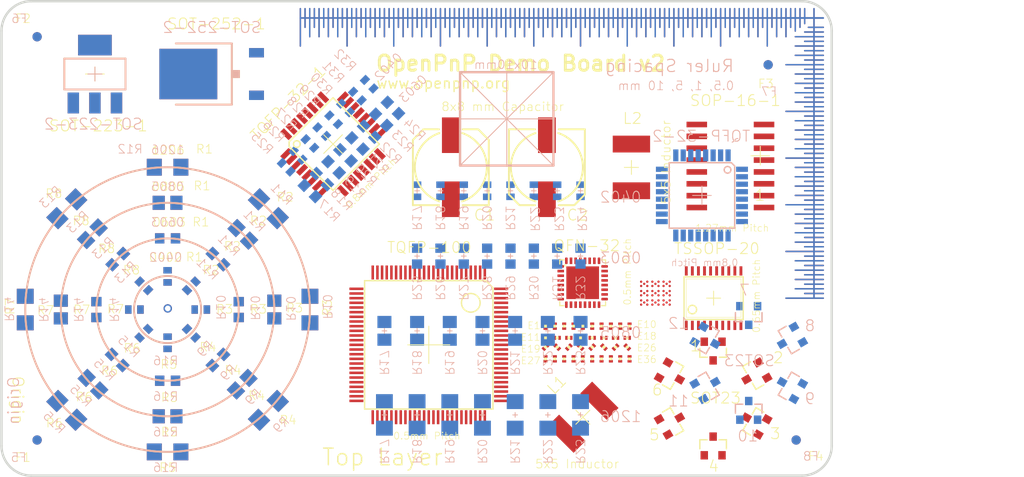
<source format=kicad_pcb>
(kicad_pcb (version 20211014) (generator pcbnew)
  (layers (0 "F.Cu" signal) (1 "In1.Cu" signal) (2 "In2.Cu" signal) (3 "In3.Cu" signal) (4 "In4.Cu" signal) (31 "B.Cu" signal) (34 "B.Paste" user) (35 "F.Paste" user) (36 "B.SilkS" user "B.Silkscreen") (37 "F.SilkS" user "F.Silkscreen") (38 "B.Mask" user) (39 "F.Mask" user) (44 "Edge.Cuts" user))
  (net 0 "")
  (net 1 "S$1")
  (net 2 "S$7")
  (net 3 "S$2")
  (net 4 "S$3")
  (net 5 "S$4")
  (net 6 "S$5")
  (net 7 "S$6")
  (net 8 "S$8")
  (net 9 "S$9")
  (net 10 "S$10")
  (net 11 "S$11")
  (net 12 "S$12")
  (net 13 "S$13")
  (net 14 "S$14")
  (net 15 "S$15")
  (net 16 "S$16")
  (net 17 "S$17")
  (net 18 "S$18")
  (net 19 "S$19")
  (net 20 "S$20")
  (net 21 "S$21")
  (net 22 "S$22")
  (net 23 "S$23")
  (net 24 "S$24")
  (net 25 "S$25")
  (net 26 "S$26")
  (net 27 "S$27")
  (net 28 "S$28")
  (net 29 "S$29")
  (net 30 "S$30")
  (net 31 "S$31")
  (net 32 "S$32")
  (net 33 "S$33")
  (net 34 "S$34")
  (net 35 "S$35")
  (net 36 "S$36")
  (net 37 "S$37")
  (net 38 "S$38")
  (net 39 "S$39")
  (net 40 "S$40")
  (net 41 "S$41")
  (net 42 "S$42")
  (net 43 "S$43")
  (net 44 "S$44")
  (net 45 "S$45")
  (net 46 "S$46")
  (net 47 "S$47")
  (net 48 "S$48")
  (net 49 "S$49")
  (net 50 "S$50")
  (net 51 "S$51")
  (net 52 "S$52")
  (net 53 "S$53")
  (net 54 "S$54")
  (net 55 "S$55")
  (net 56 "S$56")
  (net 57 "S$57")
  (net 58 "S$58")
  (net 59 "S$59")
  (net 60 "S$60")
  (net 61 "S$61")
  (net 62 "S$62")
  (net 63 "S$63")
  (net 64 "S$64")
  (net 65 "S$65")
  (net 66 "S$66")
  (net 67 "S$67")
  (net 68 "S$68")
  (net 69 "S$69")
  (net 70 "S$70")
  (net 71 "S$71")
  (net 72 "S$72")
  (net 73 "S$73")
  (net 74 "S$74")
  (net 75 "S$75")
  (net 76 "S$76")
  (net 77 "S$77")
  (net 78 "S$78")
  (net 79 "S$80")
  (net 80 "S$81")
  (net 81 "S$82")
  (net 82 "S$83")
  (net 83 "S$84")
  (net 84 "S$85")
  (net 85 "S$86")
  (net 86 "S$87")
  (net 87 "S$88")
  (net 88 "S$89")
  (net 89 "S$90")
  (net 90 "S$91")
  (net 91 "S$92")
  (net 92 "S$93")
  (net 93 "S$94")
  (net 94 "S$95")
  (net 95 "S$96")
  (net 96 "S$97")
  (net 97 "S$98")
  (net 98 "S$99")
  (net 99 "S$100")
  (net 100 "S$101")
  (net 101 "S$102")
  (net 102 "S$103")
  (net 103 "S$104")
  (net 104 "S$105")
  (net 105 "S$106")
  (net 106 "S$107")
  (net 107 "S$108")
  (net 108 "S$109")
  (net 109 "S$110")
  (net 110 "S$111")
  (net 111 "S$112")
  (net 112 "S$113")
  (net 113 "S$114")
  (net 114 "S$115")
  (net 115 "S$116")
  (net 116 "S$117")
  (net 117 "S$118")
  (net 118 "S$119")
  (net 119 "S$120")
  (net 120 "S$79")
  (net 121 "S$121")
  (net 122 "S$122")
  (net 123 "S$123")
  (net 124 "S$124")
  (net 125 "S$125")
  (net 126 "S$126")
  (net 127 "S$127")
  (net 128 "S$128")
  (net 129 "S$129")
  (net 130 "S$130")
  (net 131 "S$131")
  (net 132 "S$132")
  (net 133 "S$133")
  (net 134 "S$134")
  (net 135 "S$135")
  (net 136 "S$136")
  (net 137 "S$137")
  (net 138 "S$138")
  (net 139 "S$139")
  (net 140 "S$140")
  (net 141 "S$141")
  (net 142 "S$142")
  (net 143 "S$143")
  (net 144 "S$144")
  (net 145 "S$145")
  (net 146 "S$146")
  (net 147 "S$147")
  (net 148 "S$148")
  (net 149 "S$149")
  (net 150 "S$150")
  (net 151 "S$151")
  (net 152 "S$152")
  (net 153 "S$153")
  (net 154 "S$154")
  (net 155 "S$155")
  (net 156 "S$156")
  (net 157 "S$157")
  (net 158 "S$158")
  (net 159 "S$159")
  (net 160 "S$160")
  (net 161 "S$161")
  (net 162 "S$162")
  (net 163 "S$163")
  (net 164 "S$164")
  (net 165 "S$165")
  (net 166 "S$166")
  (net 167 "S$167")
  (net 168 "S$168")
  (net 169 "S$169")
  (net 170 "S$170")
  (net 171 "S$171")
  (net 172 "S$172")
  (net 173 "S$173")
  (net 174 "S$174")
  (net 175 "S$175")
  (net 176 "S$176")
  (net 177 "S$177")
  (net 178 "S$178")
  (net 179 "S$179")
  (net 180 "S$180")
  (net 181 "S$181")
  (net 182 "S$182")
  (net 183 "S$183")
  (net 184 "S$184")
  (net 185 "S$185")
  (net 186 "S$186")
  (net 187 "S$187")
  (net 188 "S$188")
  (net 189 "S$189")
  (net 190 "S$190")
  (net 191 "S$191")
  (net 192 "S$192")
  (net 193 "S$193")
  (net 194 "S$194")
  (net 195 "S$195")
  (net 196 "S$196")
  (net 197 "S$197")
  (net 198 "S$198")
  (net 199 "S$199")
  (net 200 "S$200")
  (net 201 "S$201")
  (net 202 "S$202")
  (net 203 "S$203")
  (net 204 "S$204")
  (net 205 "S$205")
  (net 206 "S$206")
  (net 207 "S$207")
  (net 208 "S$208")
  (net 209 "S$209")
  (net 210 "S$210")
  (net 211 "S$211")
  (net 212 "S$212")
  (net 213 "S$213")
  (net 214 "S$214")
  (net 215 "S$215")
  (net 216 "S$216")
  (net 217 "S$217")
  (net 218 "S$218")
  (net 219 "S$219")
  (net 220 "S$220")
  (net 221 "S$221")
  (net 222 "S$222")
  (net 223 "S$223")
  (net 224 "S$224")
  (net 225 "S$225")
  (net 226 "S$226")
  (net 227 "S$227")
  (net 228 "S$228")
  (net 229 "S$229")
  (net 230 "S$230")
  (net 231 "S$231")
  (net 232 "S$232")
  (net 233 "S$233")
  (net 234 "S$234")
  (net 235 "S$235")
  (net 236 "S$236")
  (net 237 "S$237")
  (net 238 "S$238")
  (net 239 "S$239")
  (net 240 "S$240")
  (net 241 "S$241")
  (net 242 "S$242")
  (net 243 "S$243")
  (net 244 "S$244")
  (net 245 "S$245")
  (net 246 "S$246")
  (net 247 "S$247")
  (net 248 "S$248")
  (net 249 "S$249")
  (net 250 "S$250")
  (net 251 "S$251")
  (net 252 "S$252")
  (net 253 "S$253")
  (net 254 "S$254")
  (net 255 "S$255")
  (net 256 "S$256")
  (net 257 "S$257")
  (net 258 "S$258")
  (net 259 "S$259")
  (net 260 "S$260")
  (net 261 "S$262")
  (net 262 "S$263")
  (net 263 "S$264")
  (net 264 "S$265")
  (net 265 "S$266")
  (net 266 "S$267")
  (net 267 "S$268")
  (net 268 "S$269")
  (net 269 "S$270")
  (net 270 "S$271")
  (net 271 "S$272")
  (net 272 "S$273")
  (net 273 "S$274")
  (net 274 "S$275")
  (net 275 "S$276")
  (net 276 "S$277")
  (net 277 "S$278")
  (net 278 "S$279")
  (net 279 "S$280")
  (net 280 "S$261")
  (net 281 "S$281")
  (net 282 "S$282")
  (net 283 "S$283")
  (net 284 "S$284")
  (net 285 "S$285")
  (net 286 "S$286")
  (net 287 "S$287")
  (net 288 "S$288")
  (net 289 "S$289")
  (footprint "Demo Board v2:R0201" (layer "F.Cu") (at 171.0511 116.6536 135)
    (fp_text reference "E$26" hide)
    (fp_text value "")
  )
  (footprint "Demo Board v2:R0805" (layer "F.Cu") (at 121.8311 101.1936 180)
    (fp_text reference "R0805-1" hide)
    (fp_text value "")
  )
  (footprint "custom_lib:TLI493d-W2BW" (layer "F.Cu") (at 172.871 111.871)
    (fp_text reference "TLI493d" hide)
    (fp_text value "TLI493d-W2BW")
  )
  (footprint "Demo Board v2:R0603" (layer "F.Cu") (at 116.4971 107.2261 45)
    (fp_text reference "R0603-8" hide)
    (fp_text value "")
  )
  (footprint "Demo Board v2:R1206" (layer "F.Cu") (at 121.8311 127.8636 180)
    (fp_text reference "R1206-5" hide)
    (fp_text value "")
  )
  (footprint "Demo Board v2:R0201" (layer "F.Cu") (at 163.5511 115.6536 180)
    (fp_text reference "E$12" hide)
    (fp_text value "")
  )
  (footprint "Demo Board v2:R0805" (layer "F.Cu") (at 113.839128 120.615575 135)
    (fp_text reference "R0805-6" hide)
    (fp_text value "")
  )
  (footprint "Demo Board v2:R0201" (layer "F.Cu") (at 169.3011 114.4036 90)
    (fp_text reference "E$8" hide)
    (fp_text value "")
  )
  (footprint "Demo Board v2:TQFP100" (layer "F.Cu") (at 149.8011 116.4036 180)
    (fp_text reference "TQFP-100" hide)
    (fp_text value "")
  )
  (footprint "Demo Board v2:R0201" (layer "F.Cu") (at 167.3011 115.6536 180)
    (fp_text reference "E$15" hide)
    (fp_text value "")
  )
  (footprint "Demo Board v2:R0603" (layer "F.Cu") (at 127.2286 118.0211 -135)
    (fp_text reference "R0603-4" hide)
    (fp_text value "")
  )
  (footprint "Demo Board v2:SOT23-3" (layer "F.Cu") (at 184.6961 119.6086 120)
    (fp_text reference "SOT-23-2" hide)
    (fp_text value "")
  )
  (footprint "Demo Board v2:FIDUCIAL_1MM" (layer "F.Cu") (at 107.8611 126.5936)
    (fp_text reference "FID-1" hide)
    (fp_text value "" hide)
  )
  (footprint "Demo Board v2:R0201" (layer "F.Cu") (at 168.3011 117.9036 90)
    (fp_text reference "E$33" hide)
    (fp_text value "")
  )
  (footprint "Demo Board v2:HVQFN32" (layer "F.Cu") (at 166.2811 109.7536)
    (fp_text reference "QFN-32" hide)
    (fp_text value "")
  )
  (footprint "Demo Board v2:ELECTRO-SMD-E-7.8MM" (layer "F.Cu") (at 162.4491 97.3836 -90)
    (fp_text reference "C2" hide)
    (fp_text value "")
  )
  (footprint "Demo Board v2:R0201" (layer "F.Cu") (at 169.8011 116.6536 45)
    (fp_text reference "E$25" hide)
    (fp_text value "")
  )
  (footprint "Demo Board v2:R1206" (layer "F.Cu") (at 111.0361 123.4186 -45)
    (fp_text reference "R1206-6" hide)
    (fp_text value "")
  )
  (footprint "Demo Board v2:R0402" (layer "F.Cu") (at 118.2751 112.6236 180)
    (fp_text reference "R0402-7" hide)
    (fp_text value "")
  )
  (footprint "Demo Board v2:R0402" (layer "F.Cu") (at 124.3711 115.1636 135)
    (fp_text reference "R0402-4" hide)
    (fp_text value "")
  )
  (footprint "Demo Board v2:R0201" (layer "F.Cu") (at 165.3011 117.9036 90)
    (fp_text reference "E$30" hide)
    (fp_text value "")
  )
  (footprint "Demo Board v2:R0201" (layer "F.Cu") (at 164.8011 115.6536 180)
    (fp_text reference "E$13" hide)
    (fp_text value "")
  )
  (footprint "Demo Board v2:R0201" (layer "F.Cu") (at 164.3011 117.9036 90)
    (fp_text reference "E$29" hide)
    (fp_text value "")
  )
  (footprint "Demo Board v2:R0201" (layer "F.Cu") (at 166.3011 114.4036 90)
    (fp_text reference "E$5" hide)
    (fp_text value "")
  )
  (footprint "Demo Board v2:R0402" (layer "F.Cu") (at 121.8311 109.0676 -90)
    (fp_text reference "R0402-1" hide)
    (fp_text value "")
  )
  (footprint "Demo Board v2:R0805" (layer "F.Cu") (at 129.823075 120.615572 -135)
    (fp_text reference "R0805-4" hide)
    (fp_text value "")
  )
  (footprint "Demo Board v2:R0402" (layer "F.Cu") (at 125.3871 112.6236)
    (fp_text reference "R0402-3" hide)
    (fp_text value "")
  )
  (footprint "Demo Board v2:R0603" (layer "F.Cu") (at 129.4511 112.6236 -90)
    (fp_text reference "R0603-3" hide)
    (fp_text value "")
  )
  (footprint "Demo Board v2:SOT23-3" (layer "F.Cu") (at 184.6961 124.6886 60)
    (fp_text reference "SOT-23-3" hide)
    (fp_text value "")
  )
  (footprint "Demo Board v2:FIDUCIAL_1MM" (layer "F.Cu") (at 189.1411 126.5936)
    (fp_text reference "FID-4" hide)
    (fp_text value "" hide)
  )
  (footprint "Demo Board v2:R0805" (layer "F.Cu") (at 121.8311 124.0536)
    (fp_text reference "R0805-5" hide)
    (fp_text value "")
  )
  (footprint "custom_lib:TLI493d-W2BW" (layer "F.Cu") (at 175.271 111.871)
    (fp_text reference "TLI493d" hide)
    (fp_text value "TLI493d-W2BW")
  )
  (footprint "Demo Board v2:R0201" (layer "F.Cu") (at 165.3011 114.4036 90)
    (fp_text reference "E$4" hide)
    (fp_text value "")
  )
  (footprint "Demo Board v2:R0201" (layer "F.Cu") (at 167.3011 116.6536 45)
    (fp_text reference "E$23" hide)
    (fp_text value "")
  )
  (footprint "Demo Board v2:SOT23-3" (layer "F.Cu") (at 180.2511 127.2286)
    (fp_text reference "SOT-23-4" hide)
    (fp_text value "")
  )
  (footprint "Demo Board v2:R0603" (layer "F.Cu") (at 114.2111 112.6236 -90)
    (fp_text reference "R0603-7" hide)
    (fp_text value "")
  )
  (footprint "Demo Board v2:R1206" (layer "F.Cu") (at 121.8311 97.3836)
    (fp_text reference "R1206-1" hide)
    (fp_text value "")
  )
  (footprint "Demo Board v2:R0603" (layer "F.Cu") (at 121.8311 120.2436 180)
    (fp_text reference "R0603-5" hide)
    (fp_text value "")
  )
  (footprint "Demo Board v2:R0402" (layer "F.Cu") (at 119.2911 115.1636 45)
    (fp_text reference "R0402-6" hide)
    (fp_text value "")
  )
  (footprint "custom_lib:TLI493d-W2BW" (layer "F.Cu") (at 175.271 110.871)
    (fp_text reference "TLI493d" hide)
    (fp_text value "TLI493d-W2BW")
  )
  (footprint "Demo Board v2:TSSOP20" (layer "F.Cu") (at 180.3011 111.4036)
    (fp_text reference "TSSOP-20" hide)
    (fp_text value "")
  )
  (footprint "Demo Board v2:R0603" (layer "F.Cu") (at 116.4336 118.0211 -45)
    (fp_text reference "R0603-6" hide)
    (fp_text value "")
  )
  (footprint "Demo Board v2:R0201" (layer "F.Cu") (at 163.3011 117.9036 90)
    (fp_text reference "E$28" hide)
    (fp_text value "")
  )
  (footprint "Demo Board v2:R0201" (layer "F.Cu") (at 169.3011 117.9036 90)
    (fp_text reference "E$34" hide)
    (fp_text value "")
  )
  (footprint "Demo Board v2:R0201" (layer "F.Cu") (at 162.3011 115.6536 180)
    (fp_text reference "E11" hide)
    (fp_text value "")
  )
  (footprint "Demo Board v2:L5650M" (layer "F.Cu") (at 171.5011 97.4036 -90)
    (fp_text reference "L2" hide)
    (fp_text value "")
  )
  (footprint "Demo Board v2:R0201" (layer "F.Cu") (at 168.3011 114.4036 90)
    (fp_text reference "E$7" hide)
    (fp_text value "")
  )
  (footprint "Demo Board v2:R0402" (layer "F.Cu") (at 124.3711 110.0836 45)
    (fp_text reference "R0402-2" hide)
    (fp_text value "")
  )
  (footprint "Demo Board v2:R1206" (layer "F.Cu") (at 111.0361 101.8286 45)
    (fp_text reference "R1206-8" hide)
    (fp_text value "")
  )
  (footprint "custom_lib:TLI493d-W2BW" (layer "F.Cu") (at 172.871 110.871)
    (fp_text reference "TLI493d" hide)
    (fp_text value "TLI493d-W2BW")
  )
  (footprint "Demo Board v2:R0805" (layer "F.Cu") (at 133.2611 112.6236 -90)
    (fp_text reference "R0805-3" hide)
    (fp_text value "")
  )
  (footprint "Demo Board v2:R0201" (layer "F.Cu") (at 164.3011 114.4036 90)
    (fp_text reference "E$3" hide)
    (fp_text value "")
  )
  (footprint "Demo Board v2:SOT23-3" (layer "F.Cu") (at 175.8061 124.6886 -60)
    (fp_text reference "SOT-23-5" hide)
    (fp_text value "")
  )
  (footprint "Demo Board v2:SOT23-3" (layer "F.Cu") (at 180.2511 117.0686 180)
    (fp_text reference "SOT-23-1" hide)
    (fp_text value "")
  )
  (footprint "Demo Board v2:R0201" (layer "F.Cu") (at 166.3011 117.9036 90)
    (fp_text reference "E$31" hide)
    (fp_text value "")
  )
  (footprint "Demo Board v2:SOT23-3" (layer "F.Cu") (at 175.8061 119.6086 -120)
    (fp_text reference "SOT-23-6" hide)
    (fp_text value "")
  )
  (footprint "Demo Board v2:R0603" (layer "F.Cu") (at 121.8311 105.0036 180)
    (fp_text reference "R0603-1" hide)
    (fp_text value "")
  )
  (footprint "Demo Board v2:ELECTRO-SMD-E-7.8MM" (layer "F.Cu") (at 152.1636 97.3836 90)
    (fp_text reference "C1" hide)
    (fp_text value "")
  )
  (footprint "Demo Board v2:SOT223" (layer "F.Cu") (at 114.0511 87.4036)
    (fp_text reference "SOT-223-1" hide)
    (fp_text value "")
  )
  (footprint "Demo Board v2:R0805" (layer "F.Cu") (at 110.4011 112.6236 90)
    (fp_text reference "R0805-7" hide)
    (fp_text value "")
  )
  (footprint "Demo Board v2:R0201" (layer "F.Cu") (at 163.5511 116.6536 135)
    (fp_text reference "E$20" hide)
    (fp_text value "")
  )
  (footprint "Demo Board v2:R0201" (layer "F.Cu") (at 164.8011 116.6536 45)
    (fp_text reference "E$21" hide)
    (fp_text value "")
  )
  (footprint "Demo Board v2:R0603" (layer "F.Cu") (at 127.2286 107.2261 135)
    (fp_text reference "R0603-2" hide)
    (fp_text value "")
  )
  (footprint "Demo Board v2:R0201" (layer "F.Cu") (at 163.3011 114.4036 90)
    (fp_text reference "E$2" hide)
    (fp_text value "")
  )
  (footprint "Demo Board v2:R0201" (layer "F.Cu") (at 166.0511 116.6536 135)
    (fp_text reference "E$22" hide)
    (fp_text value "")
  )
  (footprint "Demo Board v2:R0201" (layer "F.Cu") (at 162.3011 116.6536 45)
    (fp_text reference "E$19" hide)
    (fp_text value "")
  )
  (footprint "Demo Board v2:R0402" (layer "F.Cu") (at 119.2911 110.0836 135)
    (fp_text reference "R0402-8" hide)
    (fp_text value "")
  )
  (footprint "Demo Board v2:TO-252" (layer "F.Cu") (at 126.5511 87.4036 90)
    (fp_text reference "SOT-252-1" hide)
    (fp_text value "")
  )
  (footprint "Demo Board v2:R0201" (layer "F.Cu") (at 166.0511 115.6536 180)
    (fp_text reference "E$14" hide)
    (fp_text value "")
  )
  (footprint "custom_lib:TLI493d-W2BW" (layer "F.Cu") (at 174.071 109.871)
    (fp_text reference "TLI493d" hide)
    (fp_text value "TLI493d-W2BW")
  )
  (footprint "Demo Board v2:R0201" (layer "F.Cu") (at 167.3011 114.4036 90)
    (fp_text reference "E$6" hide)
    (fp_text value "")
  )
  (footprint "custom_lib:TLI493d-W2BW" (layer "F.Cu") (at 174.071 111.871)
    (fp_text reference "TLI493d" hide)
    (fp_text value "TLI493d-W2BW")
  )
  (footprint "Demo Board v2:R0805" (layer "F.Cu") (at 113.775625 104.504629 45)
    (fp_text reference "R0805-8" hide)
    (fp_text value "")
  )
  (footprint "Demo Board v2:R0805" (layer "F.Cu") (at 129.886571 104.568125 -45)
    (fp_text reference "R0805-2" hide)
    (fp_text value "")
  )
  (footprint "Demo Board v2:R0201" (layer "F.Cu") (at 168.5511 115.6536 180)
    (fp_text reference "E$16" hide)
    (fp_text value "")
  )
  (footprint "Demo Board v2:TQFP32-08" (layer "F.Cu") (at 139.5511 94.9036 45)
    (fp_text reference "TQFP-32-1" hide)
    (fp_text value "")
  )
  (footprint "Demo Board v2:R0201" (layer "F.Cu") (at 162.3011 114.4036 90)
    (fp_text reference "E1" hide)
    (fp_text value "")
  )
  (footprint "Demo Board v2:R0201" (layer "F.Cu") (at 168.5511 116.6536 135)
    (fp_text reference "E$24" hide)
    (fp_text value "")
  )
  (footprint "Demo Board v2:R0201" (layer "F.Cu") (at 162.3011 117.9036 90)
    (fp_text reference "E27" hide)
    (fp_text value "")
  )
  (footprint "Demo Board v2:R1206" (layer "F.Cu") (at 137.0711 112.6236 90)
    (fp_text reference "R1206-3" hide)
    (fp_text value "")
  )
  (footprint "Demo Board v2:R1206" (layer "F.Cu") (at 106.5911 112.6236 -90)
    (fp_text reference "R1206-7" hide)
    (fp_text value "")
  )
  (footprint "custom_lib:TLI493d-W2BW" (layer "F.Cu") (at 172.871 109.871)
    (fp_text reference "TLI493d" hide)
    (fp_text value "TLI493d-W2BW")
  )
  (footprint "Demo Board v2:R1206" (layer "F.Cu") (at 132.6261 123.4186 -135)
    (fp_text reference "R1206-4" hide)
    (fp_text value "")
  )
  (footprint "Demo Board v2:L5650M" (layer "F.Cu") (at 166.3011 124.1536 45)
    (fp_text reference "L1" hide)
    (fp_text value "")
  )
  (footprint "Demo Board v2:FIDUCIAL_1MM" (layer "F.Cu") (at 186.1411 86.4136)
    (fp_text reference "FID-3" hide)
    (fp_text value "" hide)
  )
  (footprint "Demo Board v2:R0201" (layer "F.Cu") (at 171.3011 117.9036 90)
    (fp_text reference "E36" hide)
    (fp_text value "")
  )
  (footprint "Demo Board v2:R0201" (layer "F.Cu") (at 171.3011 114.4036 90)
    (fp_text reference "E10" hide)
    (fp_text value "")
  )
  (footprint "Demo Board v2:R0201" (layer "F.Cu") (at 171.0511 115.6536 180)
    (fp_text reference "E18" hide)
    (fp_text value "")
  )
  (footprint "Demo Board v2:R0201" (layer "F.Cu") (at 169.8011 115.6536 180)
    (fp_text reference "E$17" hide)
    (fp_text value "")
  )
  (footprint "custom_lib:TLI493d-W2BW" (layer "F.Cu") (at 175.271 109.871)
    (fp_text reference "TLI493d" hide)
    (fp_text value "TLI493d-W2BW")
  )
  (footprint "Demo Board v2:FIDUCIAL_1MM" (layer "F.Cu") (at 107.8611 83.4136)
    (fp_text reference "FID-2" hide)
    (fp_text value "" hide)
  )
  (footprint "Demo Board v2:R0402" (layer "F.Cu") (at 121.8311 116.1796 90)
    (fp_text reference "R0402-5" hide)
    (fp_text value "")
  )
  (footprint "Demo Board v2:REFERENCE_BOTTOM" (layer "F.Cu") (at 191.0511 81.4036)
    (fp_text reference "BOTTOM_RULER_ORGIN1" hide)
    (fp_text value "" hide)
  )
  (footprint "Demo Board v2:R1206" (layer "F.Cu") (at 132.6261 101.8286 135)
    (fp_text reference "R1206-2" hide)
    (fp_text value "")
  )
  (footprint "Demo Board v2:R0201" (layer "F.Cu") (at 170.3011 114.4036 90)
    (fp_text reference "E$9" hide)
    (fp_text value "")
  )
  (footprint "Demo Board v2:SOP16" (layer "F.Cu") (at 182.1011 97.2536 90)
    (fp_text reference "SOP-16-1" hide)
    (fp_text value "")
  )
  (footprint "Demo Board v2:R0201" (layer "F.Cu") (at 170.3011 117.9036 90)
    (fp_text reference "E$35" hide)
    (fp_text value "")
  )
  (footprint "custom_lib:TLI493d-W2BW" (layer "F.Cu") (at 174.071 110.871)
    (fp_text reference "TLI493d" hide)
    (fp_text value "TLI493d-W2BW")
  )
  (footprint "Demo Board v2:R0201" (layer "F.Cu") (at 167.3011 117.9036 90)
    (fp_text reference "E$32" hide)
    (fp_text value "")
  )
  (footprint "Demo Board v2:REFERENCE_BOTTOM" (layer "B.Cu") (at 191.0511 81.4036 180)
    (fp_text reference "BOTTOM_RULER_ORGIN0" hide)
    (fp_text value "" hide)
  )
  (footprint "Demo Board v2:R0603" (layer "B.Cu") (at 151.0511 106.9036 -90)
    (fp_text reference "R0603-26" hide)
    (fp_text value "")
  )
  (footprint "Demo Board v2:R0805" (layer "B.Cu") (at 133.2611 112.6236 -90)
    (fp_text reference "R0805-10" hide)
    (fp_text value "")
  )
  (footprint "Demo Board v2:R0402" (layer "B.Cu") (at 156.0511 99.9036 -90)
    (fp_text reference "R0402-20" hide)
    (fp_text value "")
  )
  (footprint "Demo Board v2:R0805" (layer "B.Cu") (at 129.886571 104.568125 -45)
    (fp_text reference "R0805-11" hide)
    (fp_text value "")
  )
  (footprint "Demo Board v2:R0805" (layer "B.Cu") (at 121.8311 101.1936)
    (fp_text reference "R0805-12" hide)
    (fp_text value "")
  )
  (footprint "Demo Board v2:R0603" (layer "B.Cu") (at 139.6111 97.3836 135)
    (fp_text reference "R0603-19" hide)
    (fp_text value "")
  )
  (footprint "Demo Board v2:R1206" (layer "B.Cu") (at 121.8311 97.3836 180)
    (fp_text reference "R1206-12" hide)
    (fp_text value "")
  )
  (footprint "Demo Board v2:R1206" (layer "B.Cu") (at 132.6261 123.4186 45)
    (fp_text reference "R1206-9" hide)
    (fp_text value "")
  )
  (footprint "Demo Board v2:R1206" (layer "B.Cu") (at 159.0511 123.9036 90)
    (fp_text reference "R1206-21" hide)
    (fp_text value "")
  )
  (footprint "Demo Board v2:R0402" (layer "B.Cu") (at 148.5511 99.9036 -90)
    (fp_text reference "R0402-17" hide)
    (fp_text value "")
  )
  (footprint "Demo Board v2:R0402" (layer "B.Cu") (at 134.5311 97.3836 -45)
    (fp_text reference "R0402-25" hide)
    (fp_text value "")
  )
  (footprint "Demo Board v2:R1206" (layer "B.Cu") (at 137.0711 112.6236 90)
    (fp_text reference "R1206-10" hide)
    (fp_text value "")
  )
  (footprint "Demo Board v2:R0603" (layer "B.Cu") (at 166.0511 106.9036 -90)
    (fp_text reference "R0603-32" hide)
    (fp_text value "")
  )
  (footprint "Demo Board v2:FIDUCIAL_1MM" (layer "B.Cu") (at 189.1411 126.5936 180)
    (fp_text reference "FID-8" hide)
    (fp_text value "" hide)
  )
  (footprint "Demo Board v2:R0805" (layer "B.Cu") (at 155.5511 114.9036 -90)
    (fp_text reference "R0805-20" hide)
    (fp_text value "")
  )
  (footprint "Demo Board v2:TQFP32-08" (layer "B.Cu") (at 179.0511 100.4036 180)
    (fp_text reference "TQFP-32-2" hide)
    (fp_text value "")
  )
  (footprint "Demo Board v2:R1206" (layer "B.Cu") (at 111.0361 101.8286 -135)
    (fp_text reference "R1206-13" hide)
    (fp_text value "")
  )
  (footprint "Demo Board v2:R0402" (layer "B.Cu") (at 139.6111 92.3036 -45)
    (fp_text reference "R0402-29" hide)
    (fp_text value "")
  )
  (footprint "Demo Board v2:R0603" (layer "B.Cu") (at 163.5511 106.9036 -90)
    (fp_text reference "R0603-31" hide)
    (fp_text value "")
  )
  (footprint "Demo Board v2:R0805" (layer "B.Cu") (at 110.4011 112.6236 90)
    (fp_text reference "R0805-14" hide)
    (fp_text value "")
  )
  (footprint "Demo Board v2:R1206" (layer "B.Cu") (at 152.0511 123.9036 90)
    (fp_text reference "R1206-19" hide)
    (fp_text value "")
  )
  (footprint "Demo Board v2:R0402" (layer "B.Cu") (at 121.8311 116.1796 90)
    (fp_text reference "R0402-16" hide)
    (fp_text value "")
  )
  (footprint "Demo Board v2:R0805" (layer "B.Cu") (at 152.0511 114.9036 -90)
    (fp_text reference "R0805-19" hide)
    (fp_text value "")
  )
  (footprint "Demo Board v2:SOT23-3" (layer "B.Cu") (at 188.5061 120.8786 -120)
    (fp_text reference "SOT-23-9" hide)
    (fp_text value "")
  )
  (footprint "Demo Board v2:R0402" (layer "B.Cu") (at 166.0511 99.9036 -90)
    (fp_text reference "R0402-24" hide)
    (fp_text value "")
  )
  (footprint "Demo Board v2:R1206" (layer "B.Cu") (at 166.0511 123.9036 90)
    (fp_text reference "R1206-23" hide)
    (fp_text value "")
  )
  (footprint "Demo Board v2:R0402" (layer "B.Cu") (at 137.0711 94.8436 -45)
    (fp_text reference "R0402-27" hide)
    (fp_text value "")
  )
  (footprint "Demo Board v2:FIDUCIAL_1MM" (layer "B.Cu") (at 186.1411 86.4136 180)
    (fp_text reference "FID-7" hide)
    (fp_text value "" hide)
  )
  (footprint "Demo Board v2:R1206" (layer "B.Cu") (at 162.5511 123.9036 90)
    (fp_text reference "R1206-22" hide)
    (fp_text value "")
  )
  (footprint "Demo Board v2:R0402" (layer "B.Cu") (at 151.0511 99.9036 -90)
    (fp_text reference "R0402-18" hide)
    (fp_text value "")
  )
  (footprint "Demo Board v2:R0603" (layer "B.Cu") (at 153.5511 106.9036 -90)
    (fp_text reference "R0603-27" hide)
    (fp_text value "")
  )
  (footprint "Demo Board v2:TO-252" (layer "B.Cu") (at 126.5511 87.4036 -90)
    (fp_text reference "SOT-251-2" hide)
    (fp_text value "")
  )
  (footprint "Demo Board v2:R0402" (layer "B.Cu") (at 118.2751 112.6236)
    (fp_text reference "R0402-14" hide)
    (fp_text value "")
  )
  (footprint "Demo Board v2:R0603" (layer "B.Cu") (at 129.4511 112.6236 -90)
    (fp_text reference "R0603-10" hide)
    (fp_text value "")
  )
  (footprint "Demo Board v2:R0402" (layer "B.Cu") (at 124.3711 115.1636 135)
    (fp_text reference "R0402-9" hide)
    (fp_text value "")
  )
  (footprint "Demo Board v2:R0603" (layer "B.Cu") (at 116.4336 118.0211 -45)
    (fp_text reference "R0603-15" hide)
    (fp_text value "")
  )
  (footprint "Demo Board v2:R0603" (layer "B.Cu") (at 114.2111 112.6236 -90)
    (fp_text reference "R0603-14" hide)
    (fp_text value "")
  )
  (footprint "Demo Board v2:R0603" (layer "B.Cu") (at 140.8811 96.1136 135)
    (fp_text reference "R0603-20" hide)
    (fp_text value "")
  )
  (footprint "Demo Board v2:SOT223" (layer "B.Cu") (at 114.0511 87.4036 180)
    (fp_text reference "SOT-223-2" hide)
    (fp_text value "")
  )
  (footprint "Demo Board v2:R0805" (layer "B.Cu") (at 113.839128 120.615575 135)
    (fp_text reference "R0805-15" hide)
    (fp_text value "")
  )
  (footprint "Demo Board v2:R0402" (layer "B.Cu") (at 138.3411 93.5736 -45)
    (fp_text reference "R0402-28" hide)
    (fp_text value "")
  )
  (footprint "Demo Board v2:R0402" (layer "B.Cu") (at 161.0511 99.9036 -90)
    (fp_text reference "R0402-22" hide)
    (fp_text value "")
  )
  (footprint "Demo Board v2:R0603" (layer "B.Cu") (at 145.9611 91.0336 135)
    (fp_text reference "R0603-24" hide)
    (fp_text value "")
  )
  (footprint "Demo Board v2:R0805" (layer "B.Cu") (at 113.775625 104.504629 -135)
    (fp_text reference "R0805-13" hide)
    (fp_text value "")
  )
  (footprint "Demo Board v2:R0603" (layer "B.Cu") (at 116.4971 107.2261 -135)
    (fp_text reference "R0603-13" hide)
    (fp_text value "")
  )
  (footprint "Demo Board v2:R0402" (layer "B.Cu") (at 143.4211 88.4936 -45)
    (fp_text reference "R0402-32" hide)
    (fp_text value "")
  )
  (footprint "Demo Board v2:R0603" (layer "B.Cu") (at 161.0511 106.9036 -90)
    (fp_text reference "R0603-30" hide)
    (fp_text value "")
  )
  (footprint "Demo Board v2:R0805" (layer "B.Cu") (at 166.0511 114.9036 -90)
    (fp_text reference "R0805-23" hide)
    (fp_text value "")
  )
  (footprint "Demo Board v2:R0402" (layer "B.Cu") (at 119.2911 110.0836 135)
    (fp_text reference "R0402-13" hide)
    (fp_text value "")
  )
  (footprint "Demo Board v2:SOT23-3" (layer "B.Cu") (at 179.6161 120.8786 120)
    (fp_text reference "SOT-23-11" hide)
    (fp_text value "")
  )
  (footprint "Demo Board v2:R0805" (layer "B.Cu") (at 159.0511 114.9036 -90)
    (fp_text reference "R0805-21" hide)
    (fp_text value "")
  )
  (footprint "Demo Board v2:R1206" (layer "B.Cu") (at 155.5511 123.9036 90)
    (fp_text reference "R1206-20" hide)
    (fp_text value "")
  )
  (footprint "Demo Board v2:R0402" (layer "B.Cu") (at 140.8811 91.0336 -45)
    (fp_text reference "R0402-30" hide)
    (fp_text value "")
  )
  (footprint "Demo Board v2:R0805" (layer "B.Cu") (at 121.8311 124.0536 180)
    (fp_text reference "R0805-16" hide)
    (fp_text value "")
  )
  (footprint "Demo Board v2:R1206" (layer "B.Cu") (at 111.0361 123.4186 -45)
    (fp_text reference "R1206-15" hide)
    (fp_text value "")
  )
  (footprint "Demo Board v2:SOT23-3" (layer "B.Cu") (at 184.0611 123.4186 180)
    (fp_text reference "SOT-23-10" hide)
    (fp_text value "")
  )
  (footprint "Demo Board v2:FIDUCIAL_1MM" (layer "B.Cu") (at 107.8611 126.5936 180)
    (fp_text reference "FID-5" hide)
    (fp_text value "" hide)
  )
  (footprint "Demo Board v2:R0603" (layer "B.Cu") (at 142.1511 94.8436 135)
    (fp_text reference "R0603-21" hide)
    (fp_text value "")
  )
  (footprint "Demo Board v2:SOT23-3" (layer "B.Cu") (at 188.5061 115.7986 -60)
    (fp_text reference "SOT-23-8" hide)
    (fp_text value "")
  )
  (footprint "Demo Board v2:SOT23-3" (layer "B.Cu") (at 184.0611 113.2586)
    (fp_text reference "SOT-23-7" hide)
    (fp_text value "")
  )
  (footprint "Demo Board v2:R0603" (layer "B.Cu") (at 158.5511 106.9036 -90)
    (fp_text reference "R0603-29" hide)
    (fp_text value "")
  )
  (footprint "Demo Board v2:R0603" (layer "B.Cu") (at 156.0511 106.9036 -90)
    (fp_text reference "R0603-28" hide)
    (fp_text value "")
  )
  (footprint "Demo Board v2:R0603" (layer "B.Cu") (at 121.8311 120.2436)
    (fp_text reference "R0603-16" hide)
    (fp_text value "")
  )
  (footprint "Demo Board v2:R0603" (layer "B.Cu") (at 148.5511 106.9036 -90)
    (fp_text reference "R0603-25" hide)
    (fp_text value "")
  )
  (footprint "Demo Board v2:R0402" (layer "B.Cu") (at 124.3711 110.0836 -135)
    (fp_text reference "R0402-11" hide)
    (fp_text value "")
  )
  (footprint "Demo Board v2:R0603" (layer "B.Cu") (at 127.2286 118.0211 45)
    (fp_text reference "R0603-9" hide)
    (fp_text value "")
  )
  (footprint "Demo Board v2:R0603" (layer "B.Cu") (at 137.0711 99.9236 135)
    (fp_text reference "R0603-17" hide)
    (fp_text value "")
  )
  (footprint "Demo Board v2:R0402" (layer "B.Cu") (at 163.5511 99.9036 -90)
    (fp_text reference "R0402-23" hide)
    (fp_text value "")
  )
  (footprint "Demo Board v2:R0402" (layer "B.Cu") (at 121.8311 109.0676 -90)
    (fp_text reference "R0402-12" hide)
    (fp_text value "")
  )
  (footprint "Demo Board v2:R1206" (layer "B.Cu") (at 121.8311 127.8636)
    (fp_text reference "R1206-16" hide)
    (fp_text value "")
  )
  (footprint "Demo Board v2:R0402" (layer "B.Cu") (at 142.1511 89.7636 -45)
    (fp_text reference "R0402-31" hide)
    (fp_text value "")
  )
  (footprint "Demo Board v2:R1206" (layer "B.Cu") (at 106.5911 112.6236 -90)
    (fp_text reference "R1206-14" hide)
    (fp_text value "")
  )
  (footprint "Demo Board v2:R0402" (layer "B.Cu") (at 153.5511 99.9036 -90)
    (fp_text reference "R0402-19" hide)
    (fp_text value "")
  )
  (footprint "Demo Board v2:SOT23-3" (layer "B.Cu") (at 179.6161 115.7986 60)
    (fp_text reference "SOT-23-12" hide)
    (fp_text value "")
  )
  (footprint "Demo Board v2:R0402" (layer "B.Cu") (at 158.5511 99.9036 -90)
    (fp_text reference "R0402-21" hide)
    (fp_text value "")
  )
  (footprint "Demo Board v2:R0603" (layer "B.Cu") (at 127.2286 107.2261 135)
    (fp_text reference "R0603-11" hide)
    (fp_text value "")
  )
  (footprint "Demo Board v2:R0603" (layer "B.Cu") (at 121.8311 105.0036)
    (fp_text reference "R0603-12" hide)
    (fp_text value "")
  )
  (footprint "Demo Board v2:R0603" (layer "B.Cu") (at 144.6911 92.3036 135)
    (fp_text reference "R0603-23" hide)
    (fp_text value "")
  )
  (footprint "Demo Board v2:R0805" (layer "B.Cu") (at 129.823075 120.615572 45)
    (fp_text reference "R0805-9" hide)
    (fp_text value "")
  )
  (footprint "Demo Board v2:R0603" (layer "B.Cu") (at 143.4211 93.5736 135)
    (fp_text reference "R0603-22" hide)
    (fp_text value "")
  )
  (footprint "Demo Board v2:R0402" (layer "B.Cu") (at 119.2911 115.1636 -135)
    (fp_text reference "R0402-15" hide)
    (fp_text value "")
  )
  (footprint "Demo Board v2:R0603" (layer "B.Cu") (at 138.3411 98.6536 135)
    (fp_text reference "R0603-18" hide)
    (fp_text value "")
  )
  (footprint "Demo Board v2:R0402" (layer "B.Cu") (at 135.8011 96.1136 -45)
    (fp_text reference "R0402-26" hide)
    (fp_text value "")
  )
  (footprint "Demo Board v2:FIDUCIAL_1MM" (layer "B.Cu") (at 107.8611 83.4136 180)
    (fp_text reference "FID-6" hide)
    (fp_text value "" hide)
  )
  (footprint "Demo Board v2:R1206" (layer "B.Cu") (at 145.0511 123.9036 90)
    (fp_text reference "R1206-17" hide)
    (fp_text value "")
  )
  (footprint "Demo Board v2:R0402" (layer "B.Cu") (at 125.3871 112.6236 180)
    (fp_text reference "R0402-10" hide)
    (fp_text value "")
  )
  (footprint "Demo Board v2:R1206" (layer "B.Cu") (at 132.6261 101.8286 135)
    (fp_text reference "R1206-11" hide)
    (fp_text value "")
  )
  (footprint "Demo Board v2:R0805" (layer "B.Cu") (at 148.5511 114.9036 -90)
    (fp_text reference "R0805-18" hide)
    (fp_text value "")
  )
  (footprint "Demo Board v2:R0805" (layer "B.Cu") (at 145.0511 114.9036 -90)
    (fp_text reference "R0805-17" hide)
    (fp_text value "")
  )
  (footprint "Demo Board v2:R1206" (layer "B.Cu") (at 148.5511 123.9036 90)
    (fp_text reference "R1206-18" hide)
    (fp_text value "")
  )
  (footprint "Demo Board v2:R0805" (layer "B.Cu") (at 162.5511 114.9036 -90)
    (fp_text reference "R0805-22" hide)
    (fp_text value "")
  )
  (gr_line (start 155.3011 123.9036) (end 155.8011 123.9036) (layer "B.SilkS") (width 0.1))
  (gr_line (start 144.8011 123.9036) (end 145.3011 123.9036) (layer "B.SilkS") (width 0.1))
  (gr_line (start 158.8011 123.9036) (end 159.3011 123.9036) (layer "B.SilkS") (width 0.1))
  (gr_line (start 165.8011 123.9036) (end 166.3011 123.9036) (layer "B.SilkS") (width 0.1))
  (gr_line (start 153.1511 87.2036) (end 163.1511 97.2036) (layer "B.SilkS") (width 0.1))
  (gr_line (start 148.5511 123.6536) (end 148.5511 124.1536) (layer "B.SilkS") (width 0.1))
  (gr_line (start 163.5511 99.6536) (end 163.5511 100.1536) (layer "B.SilkS") (width 0.1))
  (gr_line (start 156.0511 99.6536) (end 156.0511 100.1536) (layer "B.SilkS") (width 0.1))
  (gr_line (start 162.5511 114.6536) (end 162.5511 115.1536) (layer "B.SilkS") (width 0.1))
  (gr_line (start 161.0511 99.6536) (end 161.0511 100.1536) (layer "B.SilkS") (width 0.1))
  (gr_circle (center 121.8311 112.6236) (end 125.4232 112.6236) (layer "B.SilkS") (width 0.2032) (fill none))
  (gr_line (start 160.8011 106.9036) (end 161.3011 106.9036) (layer "B.SilkS") (width 0.1))
  (gr_line (start 158.3011 99.9036) (end 158.8011 99.9036) (layer "B.SilkS") (width 0.1))
  (gr_line (start 163.5511 106.6536) (end 163.5511 107.1536) (layer "B.SilkS") (width 0.1))
  (gr_line (start 155.5511 114.6536) (end 155.5511 115.1536) (layer "B.SilkS") (width 0.1))
  (gr_line (start 150.8011 106.9036) (end 151.3011 106.9036) (layer "B.SilkS") (width 0.1))
  (gr_line (start 153.3011 106.9036) (end 153.8011 106.9036) (layer "B.SilkS") (width 0.1))
  (gr_line (start 159.0511 123.6536) (end 159.0511 124.1536) (layer "B.SilkS") (width 0.1))
  (gr_line (start 148.3011 123.9036) (end 148.8011 123.9036) (layer "B.SilkS") (width 0.1))
  (gr_line (start 162.5511 123.6536) (end 162.5511 124.1536) (layer "B.SilkS") (width 0.1))
  (gr_line (start 152.0511 114.6536) (end 152.0511 115.1536) (layer "B.SilkS") (width 0.1))
  (gr_line (start 158.5511 106.6536) (end 158.5511 107.1536) (layer "B.SilkS") (width 0.1))
  (gr_line (start 166.0511 106.6536) (end 166.0511 107.1536) (layer "B.SilkS") (width 0.1))
  (gr_line (start 145.0511 123.6536) (end 145.0511 124.1536) (layer "B.SilkS") (width 0.1))
  (gr_line (start 155.8011 99.9036) (end 156.3011 99.9036) (layer "B.SilkS") (width 0.1))
  (gr_line (start 162.3011 114.9036) (end 162.8011 114.9036) (layer "B.SilkS") (width 0.1))
  (gr_line (start 158.1511 97.2036) (end 163.1511 97.2036) (layer "B.SilkS") (width 0.254))
  (gr_line (start 153.1511 97.2036) (end 163.1511 87.2036) (layer "B.SilkS") (width 0.1))
  (gr_line (start 153.5511 99.6536) (end 153.5511 100.1536) (layer "B.SilkS") (width 0.1))
  (gr_line (start 148.3011 99.9036) (end 148.8011 99.9036) (layer "B.SilkS") (width 0.1))
  (gr_line (start 163.1511 87.2036) (end 158.1511 87.2036) (layer "B.SilkS") (width 0.254))
  (gr_line (start 153.3011 99.9036) (end 153.8011 99.9036) (layer "B.SilkS") (width 0.1))
  (gr_line (start 166.0511 123.6536) (end 166.0511 124.1536) (layer "B.SilkS") (width 0.1))
  (gr_line (start 178.0511 100.4036) (end 180.0511 100.4036) (layer "B.SilkS") (width 0.1))
  (gr_line (start 163.1511 97.2036) (end 163.1511 92.2036) (layer "B.SilkS") (width 0.254))
  (gr_line (start 153.5511 106.6536) (end 153.5511 107.1536) (layer "B.SilkS") (width 0.1))
  (gr_circle (center 121.8311 112.6236) (end 129.4511 112.6236) (layer "B.SilkS") (width 0.2032) (fill none))
  (gr_circle (center 121.8311 112.6236) (end 133.2611 112.6236) (layer "B.SilkS") (width 0.2032) (fill none))
  (gr_line (start 150.8011 99.9036) (end 151.3011 99.9036) (layer "B.SilkS") (width 0.1))
  (gr_line (start 155.3011 114.9036) (end 155.8011 114.9036) (layer "B.SilkS") (width 0.1))
  (gr_line (start 162.3011 123.9036) (end 162.8011 123.9036) (layer "B.SilkS") (width 0.1))
  (gr_line (start 179.0511 101.4036) (end 179.0511 99.4036) (layer "B.SilkS") (width 0.1))
  (gr_line (start 148.3011 106.9036) (end 148.8011 106.9036) (layer "B.SilkS") (width 0.1))
  (gr_line (start 163.1511 92.2036) (end 163.1511 87.2036) (layer "B.SilkS") (width 0.254))
  (gr_line (start 166.0511 114.6536) (end 166.0511 115.1536) (layer "B.SilkS") (width 0.1))
  (gr_line (start 163.3011 99.9036) (end 163.8011 99.9036) (layer "B.SilkS") (width 0.1))
  (gr_line (start 151.0511 106.6536) (end 151.0511 107.1536) (layer "B.SilkS") (width 0.1))
  (gr_line (start 153.1511 97.2036) (end 158.1511 97.2036) (layer "B.SilkS") (width 0.254))
  (gr_line (start 148.5511 99.6536) (end 148.5511 100.1536) (layer "B.SilkS") (width 0.1))
  (gr_line (start 153.1511 92.2036) (end 153.1511 97.2036) (layer "B.SilkS") (width 0.254))
  (gr_line (start 161.0511 106.6536) (end 161.0511 107.1536) (layer "B.SilkS") (width 0.1))
  (gr_line (start 165.8011 106.9036) (end 166.3011 106.9036) (layer "B.SilkS") (width 0.1))
  (gr_line (start 156.0511 106.6536) (end 156.0511 107.1536) (layer "B.SilkS") (width 0.1))
  (gr_line (start 158.3011 106.9036) (end 158.8011 106.9036) (layer "B.SilkS") (width 0.1))
  (gr_line (start 151.8011 114.9036) (end 152.3011 114.9036) (layer "B.SilkS") (width 0.1))
  (gr_line (start 158.1511 97.2036) (end 158.1511 87.2036) (layer "B.SilkS") (width 0.1))
  (gr_line (start 148.3011 114.9036) (end 148.8011 114.9036) (layer "B.SilkS") (width 0.1))
  (gr_line (start 151.8011 123.9036) (end 152.3011 123.9036) (layer "B.SilkS") (width 0.1))
  (gr_line (start 158.5511 99.6536) (end 158.5511 100.1536) (layer "B.SilkS") (width 0.1))
  (gr_line (start 159.0511 114.6536) (end 159.0511 115.1536) (layer "B.SilkS") (width 0.1))
  (gr_line (start 145.0511 114.6536) (end 145.0511 115.1536) (layer "B.SilkS") (width 0.1))
  (gr_line (start 148.5511 114.6536) (end 148.5511 115.1536) (layer "B.SilkS") (width 0.1))
  (gr_line (start 151.0511 99.6536) (end 151.0511 100.1536) (layer "B.SilkS") (width 0.1))
  (gr_circle (center 121.8311 112.6236) (end 137.0711 112.6236) (layer "B.SilkS") (width 0.2032) (fill none))
  (gr_line (start 153.1511 87.2036) (end 153.1511 92.2036) (layer "B.SilkS") (width 0.254))
  (gr_line (start 160.8011 99.9036) (end 161.3011 99.9036) (layer "B.SilkS") (width 0.1))
  (gr_line (start 148.5511 107.1536) (end 148.5511 106.6536) (layer "B.SilkS") (width 0.1))
  (gr_line (start 158.8011 114.9036) (end 159.3011 114.9036) (layer "B.SilkS") (width 0.1))
  (gr_line (start 113.3011 87.4036) (end 114.8011 87.4036) (layer "B.SilkS") (width 0.1))
  (gr_line (start 166.0511 99.6536) (end 166.0511 100.1536) (layer "B.SilkS") (width 0.1))
  (gr_line (start 152.0511 123.6536) (end 152.0511 124.1536) (layer "B.SilkS") (width 0.1))
  (gr_line (start 144.8011 114.9036) (end 145.3011 114.9036) (layer "B.SilkS") (width 0.1))
  (gr_line (start 158.1511 87.2036) (end 153.1511 87.2036) (layer "B.SilkS") (width 0.254))
  (gr_line (start 163.3011 106.9036) (end 163.8011 106.9036) (layer "B.SilkS") (width 0.1))
  (gr_line (start 153.1511 92.2036) (end 163.1511 92.2036) (layer "B.SilkS") (width 0.1))
  (gr_line (start 155.5511 123.6536) (end 155.5511 124.1536) (layer "B.SilkS") (width 0.1))
  (gr_line (start 114.0511 86.6536) (end 114.0511 88.1536) (layer "B.SilkS") (width 0.1))
  (gr_line (start 155.8011 106.9036) (end 156.3011 106.9036) (layer "B.SilkS") (width 0.1))
  (gr_line (start 165.8011 114.9036) (end 166.3011 114.9036) (layer "B.SilkS") (width 0.1))
  (gr_line (start 165.8011 99.9036) (end 166.3011 99.9036) (layer "B.SilkS") (width 0.1))
  (gr_circle (center 121.8311 112.6236) (end 137.0711 112.6236) (layer "F.SilkS") (width 0.2032) (fill none))
  (gr_line (start 184.3011 96.1536) (end 186.3011 96.1536) (layer "F.SilkS") (width 0.1))
  (gr_circle (center 121.8311 112.6236) (end 129.4511 112.6236) (layer "F.SilkS") (width 0.2032) (fill none))
  (gr_line (start 147.5511 116.4036) (end 152.0511 116.4036) (layer "F.SilkS") (width 0.1))
  (gr_circle (center 121.8311 112.6236) (end 133.2611 112.6236) (layer "F.SilkS") (width 0.2032) (fill none))
  (gr_line (start 179.5511 111.4036) (end 181.0511 111.4036) (layer "F.SilkS") (width 0.1))
  (gr_line (start 114.0511 86.6536) (end 114.0511 88.1536) (layer "F.SilkS") (width 0.1))
  (gr_line (start 180.3011 110.6536) (end 180.3011 112.1536) (layer "F.SilkS") (width 0.1))
  (gr_line (start 165.5511 123.4036) (end 167.0511 124.9036) (layer "F.SilkS") (width 0.1))
  (gr_line (start 149.8011 114.4036) (end 149.8011 118.4036) (layer "F.SilkS") (width 0.1))
  (gr_line (start 140.5511 95.9036) (end 138.5511 93.9036) (layer "F.SilkS") (width 0.1))
  (gr_line (start 113.0511 87.4036) (end 115.0511 87.4036) (layer "F.SilkS") (width 0.1))
  (gr_circle (center 121.8311 112.6236) (end 125.4232 112.6236) (layer "F.SilkS") (width 0.2032) (fill none))
  (gr_line (start 138.5511 95.9036) (end 140.5511 93.9036) (layer "F.SilkS") (width 0.1))
  (gr_line (start 171.5011 96.6536) (end 171.5011 98.1536) (layer "F.SilkS") (width 0.1))
  (gr_line (start 165.5511 124.9036) (end 167.0511 123.4036) (layer "F.SilkS") (width 0.1))
  (gr_line (start 170.7511 97.4036) (end 172.2511 97.4036) (layer "F.SilkS") (width 0.1))
  (gr_line (start 185.3011 95.1536) (end 185.3011 97.1536) (layer "F.SilkS") (width 0.1))
  (gr_arc (start 104.0511 82.7786) (mid 104.981036 80.533536) (end 107.2261 79.6036) (layer "Edge.Cuts") (width 0.254))
  (gr_line (start 189.7761 79.6036) (end 107.2261 79.6036) (layer "Edge.Cuts") (width 0.254))
  (gr_line (start 107.2261 130.4036) (end 189.7761 130.4036) (layer "Edge.Cuts") (width 0.254))
  (gr_line (start 104.0511 82.7786) (end 104.0511 127.2286) (layer "Edge.Cuts") (width 0.254))
  (gr_arc (start 107.2261 130.4036) (mid 104.981036 129.473664) (end 104.0511 127.2286) (layer "Edge.Cuts") (width 0.254))
  (gr_arc (start 189.7761 79.6036) (mid 192.021164 80.533536) (end 192.9511 82.7786) (layer "Edge.Cuts") (width 0.254))
  (gr_line (start 192.9511 127.2286) (end 192.9511 82.7786) (layer "Edge.Cuts") (width 0.254))
  (gr_arc (start 192.9511 127.2286) (mid 192.021164 129.473664) (end 189.7761 130.4036) (layer "Edge.Cuts") (width 0.254))
  (gr_text "F6" (at 106.8451 82.0166) (layer "B.SilkS") (effects (font (size 0.93472 0.93472) (thickness 0.08128)) (justify left bottom mirror)))
  (gr_text "0402" (at 168.0511 99.9036) (layer "B.SilkS") (effects (font (size 1.1684 1.1684) (thickness 0.1016)) (justify right top mirror)))
  (gr_text "R15" (at 115.6979 120.44951 -45) (layer "B.SilkS") (effects (font (size 0.93472 0.93472) (thickness 0.08128)) (justify left bottom mirror)))
  (gr_text "12" (at 177.7111 114.7826) (layer "B.SilkS") (effects (font (size 1.1684 1.1684) (thickness 0.1016)) (justify left bottom mirror)))
  (gr_text "R23" (at 147.6121 95.9866 -45) (layer "B.SilkS") (effects (font (size 0.93472 0.93472) (thickness 0.08128)) (justify left bottom mirror)))
  (gr_text "R29" (at 159.0511 108.9036 -90) (layer "B.SilkS") (effects (font (size 0.93472 0.93472) (thickness 0.08128)) (justify right top mirror)))
  (gr_text "Origin" (at 106.0196 119.7356 -270) (layer "B.SilkS") (effects (font (size 1.1684 1.1684) (thickness 0.1016)) (justify left bottom mirror)))
  (gr_text "TQFP-32-2" (at 184.301415 94.740335) (layer "B.SilkS") (effects (font (size 1.1684 1.1684) (thickness 0.1016)) (justify left bottom mirror)))
  (gr_text "R15" (at 110.3004 126.10101 -45) (layer "B.SilkS") (effects (font (size 0.93472 0.93472) (thickness 0.08128)) (justify left bottom mirror)))
  (gr_text "R18" (at 141.093615 102.221822 -45) (layer "B.SilkS") (effects (font (size 0.93472 0.93472) (thickness 0.08128)) (justify left bottom mirror)))
  (gr_text "R13" (at 116.325196 105.440397 -315) (layer "B.SilkS") (effects (font (size 0.93472 0.93472) (thickness 0.08128)) (justify left bottom mirror)))
  (gr_text "R28" (at 156.5511 108.9036 -90) (layer "B.SilkS") (effects (font (size 0.93472 0.93472) (thickness 0.08128)) (justify right top mirror)))
  (gr_text "R21" (at 159.5511 116.9036 -90) (layer "B.SilkS") (effects (font (size 0.93472 0.93472) (thickness 0.08128)) (justify right top mirror)))
  (gr_text "0402" (at 147.1549 85.725 -315) (layer "B.SilkS") (effects (font (size 0.93472 0.93472) (thickness 0.08128)) (justify left bottom mirror)))
  (gr_text "R13" (at 118.738196 108.043897 -315) (layer "B.SilkS") (effects (font (size 0.93472 0.93472) (thickness 0.08128)) (justify left bottom mirror)))
  (gr_text "R16" (at 123.0376 118.6561) (layer "B.SilkS") (effects (font (size 0.93472 0.93472) (thickness 0.08128)) (justify left bottom mirror)))
  (gr_text "R22" (at 161.694468 101.512969 -90) (layer "B.SilkS") (effects (font (size 0.93472 0.93472) (thickness 0.08128)) (justify right top mirror)))
  (gr_text "R19" (at 142.513728 100.902407 -45) (layer "B.SilkS") (effects (font (size 0.93472 0.93472) (thickness 0.08128)) (justify left bottom mirror)))
  (gr_text "R12" (at 119.2276 95.9866) (layer "B.SilkS") (effects (font (size 0.93472 0.93472) (thickness 0.08128)) (justify left bottom mirror)))
  (gr_text "R13" (at 110.673696 99.979397 -315) (layer "B.SilkS") (effects (font (size 0.93472 0.93472) (thickness 0.08128)) (justify left bottom mirror)))
  (gr_text "R21" (at 144.977462 98.364275 -45) (layer "B.SilkS") (effects (font (size 0.93472 0.93472) (thickness 0.08128)) (justify left bottom mirror)))
  (gr_text "R26" (at 151.5511 108.9036 -90) (layer "B.SilkS") (effects (font (size 0.93472 0.93472) (thickness 0.08128)) (justify right top mirror)))
  (gr_text "R20" (at 156.0511 116.9036 -90) (layer "B.SilkS") (effects (font (size 0.93472 0.93472) (thickness 0.08128)) (justify right top mirror)))
  (gr_text "10x10mm" (at 154.5796 85.8521) (layer "B.SilkS") (effects (font (size 0.93472 0.93472) (thickness 0.08128)) (justify right top mirror)))
  (gr_text "R11" (at 126.7206 109.6391 -45) (layer "B.SilkS") (effects (font (size 0.93472 0.93472) (thickness 0.08128)) (justify left bottom mirror)))
  (gr_text "R32" (at 141.4526 87.2871 -45) (layer "B.SilkS") (effects (font (size 0.93472 0.93472) (thickness 0.08128)) (justify left bottom mirror)))
  (gr_text "F8" (at 191.6176 128.8796) (layer "B.SilkS") (effects (font (size 0.93472 0.93472) (thickness 0.08128)) (justify left bottom mirror)))
  (gr_text "R20" (at 156.5511 101.4036 -90) (layer "B.SilkS") (effects (font (size 0.93472 0.93472) (thickness 0.08128)) (justify right top mirror)))
  (gr_text "R27" (at 135.1026 93.6371 -45) (layer "B.SilkS") (effects (font (size 0.93472 0.93472) (thickness 0.08128)) (justify left bottom mirror)))
  (gr_text "R17" (at 145.5511 116.9036 -90) (layer "B.SilkS") (effects (font (size 0.93472 0.93472) (thickness 0.08128)) (justify right top mirror)))
  (gr_text "R16" (at 123.0376 130.0861) (layer "B.SilkS") (effects (font (size 0.93472 0.93472) (thickness 0.08128)) (justify left bottom mirror)))
  (gr_text "R14" (at 116.6241 111.2266 -90) (layer "B.SilkS") (effects (font (size 0.93472 0.93472) (thickness 0.08128)) (justify right top mirror)))
  (gr_text "F7" (at 187.1507 89.8246) (layer "B.SilkS") (effects (font (size 0.93472 0.93472) (thickness 0.08128)) (justify left bottom mirror)))
  (gr_text "R16" (at 123.0376 122.4661) (layer "B.SilkS") (effects (font (size 0.93472 0.93472) (thickness 0.08128)) (justify left bottom mirror)))
  (gr_text "R10" (at 135.5471 111.0996 -90) (layer "B.SilkS") (effects (font (size 0.93472 0.93472) (thickness 0.08128)) (justify right top mirror)))
  (gr_text "0603" (at 123.6679 103.822466) (layer "B.SilkS") (effects (font (size 0.93472 0.93472) (thickness 0.08128)) (justify left bottom mirror)))
  (gr_text "R9" (at 126.9374 116.549707 -315) (layer "B.SilkS") (effects (font (size 0.93472 0.93472) (thickness 0.08128)) (justify left bottom mirror)))
  (gr_text "1206" (at 168.0511 123.4036) (layer "B.SilkS") (effects (font (size 1.1684 1.1684) (thickness 0.1016)) (justify right top mirror)))
  (gr_text "R20" (at 143.695246 99.582994 -45) (layer "B.SilkS") (effects (font (size 0.93472 0.93472) (thickness 0.08128)) (justify left bottom mirror)))
  (gr_text "0603" (at 168.0511 106.4036) (layer "B.SilkS") (effects (font (size 1.1684 1.1684) (thickness 0.1016)) (justify right top mirror)))
  (gr_text "R21" (at 159.5511 126.4036 -90) (layer "B.SilkS") (effects (font (size 0.93472 0.93472) (thickness 0.08128)) (justify right top mirror)))
  (gr_text "9" (at 191.2366 122.8471) (layer "B.SilkS") (effects (font (size 1.1684 1.1684) (thickness 0.1016)) (justify left bottom mirror)))
  (gr_text "R9" (at 132.0809 121.693207 -315) (layer "B.SilkS") (effects (font (size 0.93472 0.93472) (thickness 0.08128)) (justify left bottom mirror)))
  (gr_text "R17" (at 149.0511 101.4036 -90) (layer "B.SilkS") (effects (font (size 0.93472 0.93472) (thickness 0.08128)) (justify right top mirror)))
  (gr_text "R18" (at 149.0511 116.9036 -90) (layer "B.SilkS") (effects (font (size 0.93472 0.93472) (thickness 0.08128)) (justify right top mirror)))
  (gr_text "R16" (at 123.0376 126.2761) (layer "B.SilkS") (effects (font (size 0.93472 0.93472) (thickness 0.08128)) (justify left bottom mirror)))
  (gr_text "R10" (at 139.4841 110.9091 -90) (layer "B.SilkS") (effects (font (size 0.93472 0.93472) (thickness 0.08128)) (justify right top mirror)))
  (gr_text "R20" (at 156.0511 126.4036 -90) (layer "B.SilkS") (effects (font (size 0.93472 0.93472) (thickness 0.08128)) (justify right top mirror)))
  (gr_text "R11" (at 131.7371 104.4956 -45) (layer "B.SilkS") (effects (font (size 0.93472 0.93472) (thickness 0.08128)) (justify left bottom mirror)))
  (gr_text "Ruler Spacing" (at 182.5511 87.3036) (layer "B.SilkS") (effects (font (size 1.308608 1.308608) (thickness 0.113792)) (justify left bottom mirror)))
  (gr_text "R24" (at 166.738365 101.512969 -90) (layer "B.SilkS") (effects (font (size 0.93472 0.93472) (thickness 0.08128)) (justify right top mirror)))
  (gr_text "R22" (at 163.0511 126.4036 -90) (layer "B.SilkS") (effects (font (size 0.93472 0.93472) (thickness 0.08128)) (justify right top mirror)))
  (gr_text "R11" (at 134.6581 101.6381 -45) (layer "B.SilkS") (effects (font (size 0.93472 0.93472) (thickness 0.08128)) (justify left bottom mirror)))
  (gr_text "R22" (at 163.0511 116.9036 -90) (layer "B.SilkS") (effects (font (size 0.93472 0.93472) (thickness 0.08128)) (justify right top mirror)))
  (gr_text "R27" (at 154.0511 108.9036 -90) (layer "B.SilkS") (effects (font (size 0.93472 0.93472) (thickness 0.08128)) (justify right top mirror)))
  (gr_text "0603" (at 149.8092 88.0745 -315) (layer "B.SilkS") (effects (font (size 0.93472 0.93472) (thickness 0.08128)) (justify left bottom mirror)))
  (gr_text "R23" (at 164.279915 101.512969 -90) (layer "B.SilkS") (effects (font (size 0.93472 0.93472) (thickness 0.08128)) (justify right top mirror)))
  (gr_text "R31" (at 164.0511 108.9036 -90) (layer "B.SilkS") (effects (font (size 0.93472 0.93472) (thickness 0.08128)) (justify right top mirror)))
  (gr_text "R30" (at 161.5511 108.9036 -90) (layer "B.SilkS") (effects (font (size 0.93472 0.93472) (thickness 0.08128)) (justify right top mirror)))
  (gr_text "R9" (at 129.4139 119.089707 -315) (layer "B.SilkS") (effects (font (size 0.93472 0.93472) (thickness 0.08128)) (justify left bottom mirror)))
  (gr_text "R18" (at 151.5511 101.4036 -90) (layer "B.SilkS") (effects (font (size 0.93472 0.93472) (thickness 0.08128)) (justify right top mirror)))
  (gr_text "R23" (at 166.5511 126.4036 -90) (layer "B.SilkS") (effects (font (size 0.93472 0.93472) (thickness 0.08128)) (justify right top mirror)))
  (gr_text "R22" (at 146.3421 97.2566 -45) (layer "B.SilkS") (effects (font (size 0.93472 0.93472) (thickness 0.08128)) (justify left bottom mirror)))
  (gr_text "8" (at 191.2366 115.0366) (layer "B.SilkS") (effects (font (size 1.1684 1.1684) (thickness 0.1016)) (justify left bottom mirror)))
  (gr_text "R28" (at 136.3726 92.3671 -45) (layer "B.SilkS") (effects (font (size 0.93472 0.93472) (thickness 0.08128)) (justify left bottom mirror)))
  (gr_text "R11" (at 129.0066 107.0991 -45) (layer "B.SilkS") (effects (font (size 0.93472 0.93472) (thickness 0.08128)) (justify left bottom mirror)))
  (gr_text "10" (at 185.1406 126.8476) (layer "B.SilkS") (effects (font (size 1.1684 1.1684) (thickness 0.1016)) (justify left bottom mirror)))
  (gr_text "R14" (at 105.3846 111.1631 -90) (layer "B.SilkS") (effects (font (size 0.93472 0.93472) (thickness 0.08128)) (justify right top mirror)))
  (gr_text "SOT23" (at 186.9186 118.7831) (layer "B.SilkS") (effects (font (size 1.1684 1.1684) (thickness 0.1016)) (justify left bottom mirror)))
  (gr_text "R29" (at 137.6426 91.0971 -45) (layer "B.SilkS") (effects (font (size 0.93472 0.93472) (thickness 0.08128)) (justify left bottom mirror)))
  (gr_text "R13" (at 113.594696 102.646397 -315) (layer "B.SilkS") (effects (font (size 0.93472 0.93472) (thickness 0.08128)) (justify left bottom mirror)))
  (gr_text "SOT-252-2" (at 131.9276 83.0961) (layer "B.SilkS") (effects (font (size 1.1684 1.1684) (thickness 0.1016)) (justify left bottom mirror)))
  (gr_text "R15" (at 118.3014 117.97301 -45) (layer "B.SilkS") (effects (font (size 0.93472 0.93472) (thickness 0.08128)) (justify left bottom mirror)))
  (gr_text "1206" (at 123.6726 96.0501) (layer "B.SilkS") (effects (font (size 0.93472 0.93472) (thickness 0.08128)) (justify left bottom mirror)))
  (gr_text "R10" (at 131.7371 111.0361 -90) (layer "B.SilkS") (effects (font (size 0.93472 0.93472) (thickness 0.08128)) (justify right top mirror)))
  (gr_text "0402" (at 123.463028 107.577704) (layer "B.SilkS") (effects (font (size 0.93472 0.93472) (thickness 0.08128)) (justify left bottom mirror)))
  (gr_text "R19" (at 152.5511 116.9036 -90) (layer "B.SilkS") (effects (font (size 0.93472 0.93472) (thickness 0.08128)) (justify right top mirror)))
  (gr_text "R14" (at 109.0676 111.2266 -90) (layer "B.SilkS") (effects (font (size 0.93472 0.93472) (thickness 0.08128)) (justify right top mirror)))
  (gr_text "R21" (at 159.0511 101.4036 -90) (layer "B.SilkS") (effects (font (size 0.93472 0.93472) (thickness 0.08128)) (justify right top mirror)))
  (gr_text "R17" (at 145.5511 126.4036 -90) (layer "B.SilkS") (effects (font (size 0.93472 0.93472) (thickness 0.08128)) (justify right top mirror)))
  (gr_text "SOT-223-2" (at 119.2276 93.4466) (layer "B.SilkS") (effects (font (size 1.1684 1.1684) (thickness 0.1016)) (justify left bottom mirror)))
  (gr_text "R25" (at 132.5626 96.1771 -45) (layer "B.SilkS") (effects (font (size 0.93472 0.93472) (thickness 0.08128)) (justify left bottom mirror)))
  (gr_text "0.5, 1, 5, 10 mm" (at 182.5511 89.2036) (layer "B.SilkS") (effects (font (size 0.93472 0.93472) (thickness 0.08128)) (justify left bottom mirror)))
  (gr_text "F5" (at 106.7816 129.0066) (layer "B.SilkS") (effects (font (size 0.93472 0.93472) (thickness 0.08128)) (justify left bottom mirror)))
  (gr_text "R14" (at 112.8141 111.2266 -90) (layer "B.SilkS") (effects (font (size 0.93472 0.93472) (thickness 0.08128)) (justify right top mirror)))
  (gr_text "R9" (at 135.0654 124.677707 -315) (layer "B.SilkS") (effects (font (size 0.93472 0.93472) (thickness 0.08128)) (justify left bottom mirror)))
  (gr_text "R19" (at 152.5511 126.4036 -90) (layer "B.SilkS") (effects (font (size 0.93472 0.93472) (thickness 0.08128)) (justify right top mirror)))
  (gr_text "7" (at 184.2516 111.2266) (layer "B.SilkS") (effects (font (size 1.1684 1.1684) (thickness 0.1016)) (justify left bottom mirror)))
  (gr_text "0.8mm Pitch" (at 182.973871 108.039982) (layer "B.SilkS") (effects (font (size 0.747776 0.747776) (thickness 0.065024)) (justify left bottom mirror)))
  (gr_text "R32" (at 166.5511 108.9036 -90) (layer "B.SilkS") (effects (font (size 0.93472 0.93472) (thickness 0.08128)) (justify right top mirror)))
  (gr_text "R10" (at 128.0541 110.9726 -90) (layer "B.SilkS") (effects (font (size 0.93472 0.93472) (thickness 0.08128)) (justify right top mirror)))
  (gr_text "R26" (at 133.8326 94.9071 -45) (layer "B.SilkS") (effects (font (size 0.93472 0.93472) (thickness 0.08128)) (justify left bottom mirror)))
  (gr_text "11" (at 177.7111 123.1011) (layer "B.SilkS") (effects (font (size 1.1684 1.1684) (thickness 0.1016)) (justify left bottom mirror)))
  (gr_text "R24" (at 148.8821 94.7166 -45) (layer "B.SilkS") (effects (font (size 0.93472 0.93472) (thickness 0.08128)) (justify left bottom mirror)))
  (gr_text "R30" (at 138.9126 89.8271 -45) (layer "B.SilkS") (effects (font (size 0.93472 0.93472) (thickness 0.08128)) (justify left bottom mirror)))
  (gr_text "0805" (at 123.643465 100.006569) (layer "B.SilkS") (effects (font (size 0.93472 0.93472) (thickness 0.08128)) (justify left bottom mirror)))
  (gr_text "R18" (at 149.0511 126.4036 -90) (layer "B.SilkS") (effects (font (size 0.93472 0.93472) (thickness 0.08128)) (justify right top mirror)))
  (gr_text "R25" (at 149.0511 108.9036 -90) (layer "B.SilkS") (effects (font (size 0.93472 0.93472) (thickness 0.08128)) (justify right top mirror)))
  (gr_text "R15" (at 113.1579 123.24351 -45) (layer "B.SilkS") (effects (font (size 0.93472 0.93472) (thickness 0.08128)) (justify left bottom mirror)))
  (gr_text "0805" (at 168.0511 114.4036) (layer "B.SilkS") (effects (font (size 1.1684 1.1684) (thickness 0.1016)) (justify right top mirror)))
  (gr_text "R17" (at 139.718406 103.432835 -45) (layer "B.SilkS") (effects (font (size 0.93472 0.93472) (thickness 0.08128)) (justify left bottom mirror)))
  (gr_text "R23" (at 166.5511 116.9036 -90) (layer "B.SilkS") (effects (font (size 0.93472 0.93472) (thickness 0.08128)) (justify right top mirror)))
  (gr_text "R19" (at 154.0511 101.4036 -90) (layer "B.SilkS") (effects (font (size 0.93472 0.93472) (thickness 0.08128)) (justify right top mirror)))
  (gr_text "R31" (at 140.1826 88.5571 -45) (layer "B.SilkS") (effects (font (size 0.93472 0.93472) (thickness 0.08128)) (justify left bottom mirror)))
  (gr_text "SOT23" (at 177.7111 122.7836) (layer "F.SilkS") (effects (font (size 1.1684 1.1684) (thickness 0.1016)) (justify left bottom)))
  (gr_text "R7" (at 115.2906 113.1316) (layer "F.SilkS") (effects (font (size 0.93472 0.93472) (thickness 0.08128)) (justify left bottom)))
  (gr_text "0402" (at 119.780028 107.577704) (layer "F.SilkS") (effects (font (size 0.93472 0.93472) (thickness 0.08128)) (justify left bottom)))
  (gr_text "R7" (at 105.5116 113.2586 90) (layer "F.SilkS") (effects (font (size 0.93472 0.93472) (thickness 0.08128)) (justify left bottom)))
  (gr_text "R6" (at 108.7501 125.3236) (layer "F.SilkS") (effects (font (size 0.93472 0.93472) (thickness 0.08128)) (justify left bottom)))
  (gr_text "R2" (at 125.5141 108.9406) (layer "F.SilkS") (effects (font (size 0.93472 0.93472) (thickness 0.08128)) (justify left bottom)))
  (gr_text "R1" (at 124.4346 103.7971) (layer "F.SilkS") (effects (font (size 0.93472 0.93472) (thickness 0.08128)) (justify left bottom)))
  (gr_text "0.5mm Pitch" (at 145.9611 126.5936) (layer "F.SilkS") (effects (font (size 0.747776 0.747776) (thickness 0.065024)) (justify left bottom)))
  (gr_text "TQFP-32-1" (at 138.0236 86.2711 45) (layer "F.SilkS") (effects (font (size 1.1684 1.1684) (thickness 0.1016)) (justify right top)))
  (gr_text "5x5 Inductor" (at 174.6666 92.2796 90) (layer "F.SilkS") (effects (font (size 0.93472 0.93472) (thickness 0.08128)) (justify right top)))
  (gr_text "TQFP-100" (at 145.2626 106.6546) (layer "F.SilkS") (effects (font (size 1.1684 1.1684) (thickness 0.1016)) (justify left bottom)))
  (gr_text "R2" (at 133.4516 101.1301) (layer "F.SilkS") (effects (font (size 0.93472 0.93472) (thickness 0.08128)) (justify left bottom)))
  (gr_text "R5" (at 121.0691 126.2761) (layer "F.SilkS") (effects (font (size 0.93472 0.93472) (thickness 0.08128)) (justify left bottom)))
  (gr_text "R1" (at 124.8156 95.9866) (layer "F.SilkS") (effects (font (size 0.93472 0.93472) (thickness 0.08128)) (justify left bottom)))
  (gr_text "R8" (at 114.3381 106.6546) (layer "F.SilkS") (effects (font (size 0.93472 0.93472) (thickness 0.08128)) (justify left bottom)))
  (gr_text "6" (at 173.6431 121.9101) (layer "F.SilkS") (effects (font (size 1.1684 1.1684) (thickness 0.1016)) (justify left bottom)))
  (gr_text "F3" (at 185 89) (layer "F.SilkS") (effects (font (size 0.93472 0.93472) (thickness 0.08128)) (justify left bottom)))
  (gr_text "www.openpnp.org" (at 144.1091 89.0456) (layer "F.SilkS") (effects (font (size 1.1176 1.1176) (thickness 0.1524)) (justify left bottom)))
  (gr_text "E10" (at 172.0511 114.6536) (layer "F.SilkS") (effects (font (size 0.747776 0.747776) (thickness 0.065024)) (justify left bottom)))
  (gr_text "R5" (at 121.0691 122.5931) (layer "F.SilkS") (effects (font (size 0.93472 0.93472) (thickness 0.08128)) (justify left bottom)))
  (gr_text "R5" (at 121.0056 119.0371) (layer "F.SilkS") (effects (font (size 0.93472 0.93472) (thickness 0.08128)) (justify left bottom)))
  (gr_text "R8" (at 111.6076 103.6701) (layer "F.SilkS") (effects (font (size 0.93472 0.93472) (thickness 0.08128)) (justify left bottom)))
  (gr_text "R2" (at 130.5941 103.6701) (layer "F.SilkS") (effects (font (size 0.93472 0.93472) (thickness 0.08128)) (justify left bottom)))
  (gr_text "5x5 Inductor" (at 161.1376 129.7051) (layer "F.SilkS") (effects (font (size 0.93472 0.93472) (thickness 0.08128)) (justify left bottom)))
  (gr_text "R6" (at 111.9251 122.5296) (layer "F.SilkS") (effects (font (size 0.93472 0.93472) (thickness 0.08128)) (justify left bottom)))
  (gr_text "E27" (at 161.8011 117.6536) (layer "F.SilkS") (effects (font (size 0.747776 0.747776) (thickness 0.065024)) (justify right top)))
  (gr_text "TSSOP-20" (at 175.9966 106.7816) (layer "F.SilkS") (effects (font (size 1.1684 1.1684) (thickness 0.1016)) (justify left bottom)))
  (gr_text "OpenPnP Demo Board v2" (at 143.9911 87.2136) (layer "F.SilkS") (effects (font (size 1.621536 1.621536) (thickness 0.308864)) (justify left bottom)))
  (gr_text "Top Layer" (at 138.2701 129.4596) (layer "F.SilkS") (effects (font (size 1.775968 1.775968) (thickness 0.154432)) (justify left bottom)))
  (gr_text "0.65mm Pitch" (at 185.3311 115.1636 90) (layer "F.SilkS") (effects (font (size 0.747776 0.747776) (thickness 0.065024)) (justify left bottom)))
  (gr_text "R8" (at 108.6866 100.7491) (layer "F.SilkS") (effects (font (size 0.93472 0.93472) (thickness 0.08128)) (justify left bottom)))
  (gr_text "R8" (at 117.0051 108.9406) (layer "F.SilkS") (effects (font (size 0.93472 0.93472) (thickness 0.08128)) (justify left bottom)))
  (gr_text "3" (at 186.2836 126.5936) (layer "F.SilkS") (effects (font (size 1.1684 1.1684) (thickness 0.1016)) (justify left bottom)))
  (gr_text "SOT-252-1" (at 121.7041 82.7151) (layer "F.SilkS") (effects (font (size 1.1684 1.1684) (thickness 0.1016)) (justify left bottom)))
  (gr_text "4" (at 179.6796 130.0861) (layer "F.SilkS") (effects (font (size 1.1684 1.1684) (thickness 0.1016)) (justify left bottom)))
  (gr_text "1" (at 177.7111 117.1956) (layer "F.SilkS") (effects (font (size 1.1684 1.1684) (thickness 0.1016)) (justify left bottom)))
  (gr_text "QFN-32" (at 163.1061 106.4681) (layer "F.SilkS") (effects (font (size 1.1684 1.1684) (thickness 0.1016)) (justify left bottom)))
  (gr_text "SOP-16-1" (at 177.6956 90.9271) (layer "F.SilkS") (effects (font (size 1.1684 1.1684) (thickness 0.1016)) (justify left bottom)))
  (gr_text "R1" (at 124.5616 99.9236) (layer "F.SilkS") (effects (font (size 0.93472 0.93472) (thickness 0.08128)) (justify left bottom)))
  (gr_text "F1" (at 105.4481 129.0066) (layer "F.SilkS") (effects (font (size 0.93472 0.93472) (thickness 0.08128)) (justify left bottom)))
  (gr_text "R4" (at 130.4036 122.4026) (layer "F.SilkS") (effects (font (size 0.93472 0.93472) (thickness 0.08128)) (justify left bottom)))
  (gr_text "2" (at 186.6011 118.4656) (layer "F.SilkS") (effects (font (size 1.1684 1.1684) (thickness 0.1016)) (justify left bottom)))
  (gr_text "R3" (at 139.4841 113.3856 90) (layer "F.SilkS") (effects (font (size 0.93472 0.93472) (thickness 0.08128)) (justify left bottom)))
  (gr_text "F4" (at 190.3476 128.8796) (layer "F.SilkS") (effects (font (size 0.93472 0.93472) (thickness 0.08128)) (justify left bottom)))
  (gr_text "8x8 mm Capacitor " (at 151.0951 91.4431) (layer "F.SilkS") (effects (font (size 0.93472 0.93472) (thickness 0.08128)) (justify left bottom)))
  (gr_text "R7" (at 107.7976 113.2586) (layer "F.SilkS") (effects (font (size 0.93472 0.93472) (thickness 0.08128)) (justify left bottom)))
  (gr_text "R3" (at 130.5941 113.1316) (layer "F.SilkS") (effects (font (size 0.93472 0.93472) (thickness 0.08128)) (justify left bottom)))
  (gr_text "1206" (at 120.0531 96.1136) (layer "F.SilkS") (effects (font (size 0.93472 0.93472) (thickness 0.08128)) (justify left bottom)))
  (gr_text "L2" (at 170.5121 92.8386) (layer "F.SilkS") (effects (font (size 1.1684 1.1684) (thickness 0.1016)) (justify left bottom)))
  (gr_text "R4" (at 125.1966 117.1956) (layer "F.SilkS") (effects (font (size 0.93472 0.93472) (thickness 0.08128)) (justify left bottom)))
  (gr_text "R3" (at 126.9746 113.1316) (layer "F.SilkS") (effects (font (size 0.93472 0.93472) (thickness 0.08128)) (justify left bottom)))
  (gr_text "C1" (at 154.5591 103.1891) (layer "F.SilkS") (effects (font (size 1.1684 1.1684) (thickness 0.1016)) (justify left bottom)))
  (gr_text "R6" (at 114.6556 119.7356) (layer "F.SilkS") (effects (font (size 0.93472 0.93472) (thickness 0.08128)) (justify left bottom)))
  (gr_text "L1" (at 163.211309 121.9318 45) (layer "F.SilkS") (effects (font (size 1.1684 1.1684) (thickness 0.1016)) (justify left bottom)))
  (gr_text "R4" (at 133.7691 125.0061) (layer "F.SilkS") (effects (font (size 0.93472 0.93472) (thickness 0.08128)) (justify left bottom)))
  (gr_text "C2" (at 164.5081 103.1891) (layer "F.SilkS") (effects (font (size 1.1684 1.1684) (thickness 0.1016)) (justify left bottom)))
  (gr_text "E1" (at 161.8011 113.9036) (layer "F.SilkS") (effects (font (size 0.747776 0.747776) (thickness 0.065024)) (justify right top)))
  (gr_text "R2" (at 127.8001 106.4006) (layer "F.SilkS") (effects (font (size 0.93472 0.93472) (thickness 0.08128)) (justify left bottom)))
  (gr_text "F2" (at 105.4481 82.0166) (layer "F.SilkS") (effects (font (size 0.93472 0.93472) (thickness 0.08128)) (justify left bottom)))
  (gr_text "R5" (at 120.8786 130.0861) (layer "F.SilkS") (effects (font (size 0.93472 0.93472) (thickness 0.08128)) (justify left bottom)))
  (gr_text "R7" (at 111.6711 113.1951) (layer "F.SilkS") (effects (font (size 0.93472 0.93472) (thickness 0.08128)) (justify left bottom)))
  (gr_text "5" (at 173.3296 126.7206) (layer "F.SilkS") (effects (font (size 1.1684 1.1684) (thickness 0.1016)) (justify left bottom)))
  (gr_text "E19" (at 161.8011 116.4036) (layer "F.SilkS") (effects (font (size 0.747776 0.747776) (thickness 0.065024)) (justify right top)))
  (gr_text "E18" (at 172.0511 115.9036) (layer "F.SilkS") (effects (font (size 0.747776 0.747776) (thickness 0.065024)) (justify left bottom)))
  (gr_text "SOT-223-1" (at 109.0676 93.6371) (layer "F.SilkS") (effects (font (size 1.1684 1.1684) (thickness 0.1016)) (justify left bottom)))
  (gr_text "0805" (at 120.087465 100.006569) (layer "F.SilkS") (effects (font (size 0.93472 0.93472) (thickness 0.08128)) (justify left bottom)))
  (gr_text "R1" (at 123.7361 107.5436) (layer "F.SilkS") (effects (font (size 0.93472 0.93472) (thickness 0.08128)) (justify left bottom)))
  (gr_text "1.27mm Pitch" (at 178.2941 104.3351) (layer "F.SilkS") (effects (font (size 0.747776 0.747776) (thickness 0.065024)) (justify left bottom)))
  (gr_text "0.8mm Pitch" (at 141.330112 102.014588 45) (layer "F.SilkS") (effects (font (size 0.747776 0.747776) (thickness 0.065024)) (justify left bottom)))
  (gr_text "Origin" (at 105.1306 119.6721 270) (layer "F.SilkS") (effects (font (size 1.1684 1.1684) (thickness 0.1016)) (justify left bottom)))
  (gr_text "E11" (at 161.8011 115.1536) (layer "F.SilkS") (effects (font (size 0.747776 0.747776) (thickness 0.065024)) (justify right top)))
  (gr_text "R6" (at 117.0686 117.3226) (layer "F.SilkS") (effects (font (size 0.93472 0.93472) (thickness 0.08128)) (justify left bottom)))
  (gr_text "R3" (at 134.4676 113.0046) (layer "F.SilkS") (effects (font (size 0.93472 0.93472) (thickness 0.08128)) (justify left bottom)))
  (gr_text "E26" (at 172.0511 117.1536) (layer "F.SilkS") (effects (font (size 0.747776 0.747776) (thickness 0.065024)) (justify left bottom)))
  (gr_text "R4" (at 127.8636 119.6721) (layer "F.SilkS") (effects (font (size 0.93472 0.93472) (thickness 0.08128)) (justify left bottom)))
  (gr_text "E36" (at 172.0511 118.4036) (layer "F.SilkS") (effects (font (size 0.747776 0.747776) (thickness 0.065024)) (justify left bottom)))
  (gr_text "0603" (at 120.1754 103.822466) (layer "F.SilkS") (effects (font (size 0.93472 0.93472) (thickness 0.08128)) (justify left bottom)))
  (gr_text "0.5mm Pitch" (at 171.5111 112.2136 90) (layer "F.SilkS") (effects (font (size 0.747776 0.747776) (thickness 0.065024)) (justify left bottom)))
  (segment (start 136.0511 81.4036) (end 136.0511 84.4036) (width 0.154) (layer "B.Cu") (net 1))
  (segment (start 136.0511 81.4036) (end 192.0511 81.4036) (width 0.154) (layer "B.Cu") (net 1))
  (segment (start 136.0511 80.4036) (end 136.0511 81.4036) (width 0.154) (layer "B.Cu") (net 1))
  (segment (start 136.5511 80.4036) (end 136.5511 82.4036) (width 0.154) (layer "B.Cu") (net 2))
  (segment (start 137.0511 80.4036) (end 137.0511 83.4036) (width 0.154) (layer "B.Cu") (net 3))
  (segment (start 137.5511 80.4036) (end 137.5511 82.4036) (width 0.154) (layer "B.Cu") (net 4))
  (segment (start 138.0511 80.4036) (end 138.0511 83.4036) (width 0.154) (layer "B.Cu") (net 5))
  (segment (start 139.5511 80.4036) (end 139.5511 82.4036) (width 0.154) (layer "B.Cu") (net 6))
  (segment (start 140.5511 80.4036) (end 140.5511 82.4036) (width 0.154) (layer "B.Cu") (net 6))
  (segment (start 138.5511 80.4036) (end 138.5511 82.4036) (width 0.154) (layer "B.Cu") (net 6))
  (segment (start 139.0511 80.4036) (end 139.0511 83.4036) (width 0.154) (layer "B.Cu") (net 7))
  (segment (start 140.0511 80.4036) (end 140.0511 83.4036) (width 0.154) (layer "B.Cu") (net 7))
  (segment (start 141.0511 80.4036) (end 141.0511 84.4036) (width 0.154) (layer "B.Cu") (net 8))
  (segment (start 141.5511 80.4036) (end 141.5511 82.4036) (width 0.154) (layer "B.Cu") (net 9))
  (segment (start 142.0511 80.4036) (end 142.0511 83.4036) (width 0.154) (layer "B.Cu") (net 10))
  (segment (start 142.5511 80.4036) (end 142.5511 82.4036) (width 0.154) (layer "B.Cu") (net 11))
  (segment (start 143.0511 80.4036) (end 143.0511 83.4036) (width 0.154) (layer "B.Cu") (net 12))
  (segment (start 145.5511 80.4036) (end 145.5511 82.4036) (width 0.154) (layer "B.Cu") (net 13))
  (segment (start 144.5511 80.4036) (end 144.5511 82.4036) (width 0.154) (layer "B.Cu") (net 13))
  (segment (start 143.5511 80.4036) (end 143.5511 82.4036) (width 0.154) (layer "B.Cu") (net 13))
  (segment (start 145.0511 80.4036) (end 145.0511 83.4036) (width 0.154) (layer "B.Cu") (net 14))
  (segment (start 144.0511 80.4036) (end 144.0511 83.4036) (width 0.154) (layer "B.Cu") (net 14))
  (segment (start 146.0511 80.4036) (end 146.0511 84.4036) (width 0.154) (layer "B.Cu") (net 15))
  (segment (start 146.5511 80.4036) (end 146.5511 82.4036) (width 0.154) (layer "B.Cu") (net 16))
  (segment (start 147.0511 80.4036) (end 147.0511 83.4036) (width 0.154) (layer "B.Cu") (net 17))
  (segment (start 147.5511 80.4036) (end 147.5511 82.4036) (width 0.154) (layer "B.Cu") (net 18))
  (segment (start 148.0511 80.4036) (end 148.0511 83.4036) (width 0.154) (layer "B.Cu") (net 19))
  (segment (start 149.5511 80.4036) (end 149.5511 82.4036) (width 0.154) (layer "B.Cu") (net 20))
  (segment (start 148.5511 80.4036) (end 148.5511 82.4036) (width 0.154) (layer "B.Cu") (net 20))
  (segment (start 150.5511 80.4036) (end 150.5511 82.4036) (width 0.154) (layer "B.Cu") (net 20))
  (segment (start 150.0511 80.4036) (end 150.0511 83.4036) (width 0.154) (layer "B.Cu") (net 21))
  (segment (start 149.0511 80.4036) (end 149.0511 83.4036) (width 0.154) (layer "B.Cu") (net 21))
  (segment (start 151.0511 80.4036) (end 151.0511 84.4036) (width 0.154) (layer "B.Cu") (net 22))
  (segment (start 151.5511 80.4036) (end 151.5511 82.4036) (width 0.154) (layer "B.Cu") (net 23))
  (segment (start 152.0511 80.4036) (end 152.0511 83.4036) (width 0.154) (layer "B.Cu") (net 24))
  (segment (start 152.5511 80.4036) (end 152.5511 82.4036) (width 0.154) (layer "B.Cu") (net 25))
  (segment (start 153.0511 80.4036) (end 153.0511 83.4036) (width 0.154) (layer "B.Cu") (net 26))
  (segment (start 154.5511 80.4036) (end 154.5511 82.4036) (width 0.154) (layer "B.Cu") (net 27))
  (segment (start 155.5511 80.4036) (end 155.5511 82.4036) (width 0.154) (layer "B.Cu") (net 27))
  (segment (start 153.5511 80.4036) (end 153.5511 82.4036) (width 0.154) (layer "B.Cu") (net 27))
  (segment (start 155.0511 80.4036) (end 155.0511 83.4036) (width 0.154) (layer "B.Cu") (net 28))
  (segment (start 154.0511 80.4036) (end 154.0511 83.4036) (width 0.154) (layer "B.Cu") (net 28))
  (segment (start 156.0511 80.4036) (end 156.0511 84.4036) (width 0.154) (layer "B.Cu") (net 29))
  (segment (start 156.5511 80.4036) (end 156.5511 82.4036) (width 0.154) (layer "B.Cu") (net 30))
  (segment (start 157.0511 80.4036) (end 157.0511 83.4036) (width 0.154) (layer "B.Cu") (net 31))
  (segment (start 157.5511 80.4036) (end 157.5511 82.4036) (width 0.154) (layer "B.Cu") (net 32))
  (segment (start 158.0511 80.4036) (end 158.0511 83.4036) (width 0.154) (layer "B.Cu") (net 33))
  (segment (start 160.5511 80.4036) (end 160.5511 82.4036) (width 0.154) (layer "B.Cu") (net 34))
  (segment (start 159.5511 80.4036) (end 159.5511 82.4036) (width 0.154) (layer "B.Cu") (net 34))
  (segment (start 158.5511 80.4036) (end 158.5511 82.4036) (width 0.154) (layer "B.Cu") (net 34))
  (segment (start 160.0511 80.4036) (end 160.0511 83.4036) (width 0.154) (layer "B.Cu") (net 35))
  (segment (start 159.0511 80.4036) (end 159.0511 83.4036) (width 0.154) (layer "B.Cu") (net 35))
  (segment (start 161.0511 80.4036) (end 161.0511 84.4036) (width 0.154) (layer "B.Cu") (net 36))
  (segment (start 161.5511 80.4036) (end 161.5511 82.4036) (width 0.154) (layer "B.Cu") (net 37))
  (segment (start 162.0511 80.4036) (end 162.0511 83.4036) (width 0.154) (layer "B.Cu") (net 38))
  (segment (start 162.5511 80.4036) (end 162.5511 82.4036) (width 0.154) (layer "B.Cu") (net 39))
  (segment (start 163.0511 80.4036) (end 163.0511 83.4036) (width 0.154) (layer "B.Cu") (net 40))
  (segment (start 164.5511 80.4036) (end 164.5511 82.4036) (width 0.154) (layer "B.Cu") (net 41))
  (segment (start 165.5511 80.4036) (end 165.5511 82.4036) (width 0.154) (layer "B.Cu") (net 41))
  (segment (start 163.5511 80.4036) (end 163.5511 82.4036) (width 0.154) (layer "B.Cu") (net 41))
  (segment (start 164.0511 80.4036) (end 164.0511 83.4036) (width 0.154) (layer "B.Cu") (net 42))
  (segment (start 165.0511 80.4036) (end 165.0511 83.4036) (width 0.154) (layer "B.Cu") (net 42))
  (segment (start 166.0511 80.4036) (end 166.0511 84.4036) (width 0.154) (layer "B.Cu") (net 43))
  (segment (start 166.5511 80.4036) (end 166.5511 82.4036) (width 0.154) (layer "B.Cu") (net 44))
  (segment (start 167.0511 80.4036) (end 167.0511 83.4036) (width 0.154) (layer "B.Cu") (net 45))
  (segment (start 167.5511 80.4036) (end 167.5511 82.4036) (width 0.154) (layer "B.Cu") (net 46))
  (segment (start 168.0511 80.4036) (end 168.0511 83.4036) (width 0.154) (layer "B.Cu") (net 47))
  (segment (start 170.5511 80.4036) (end 170.5511 82.4036) (width 0.154) (layer "B.Cu") (net 48))
  (segment (start 169.5511 80.4036) (end 169.5511 82.4036) (width 0.154) (layer "B.Cu") (net 48))
  (segment (start 168.5511 80.4036) (end 168.5511 82.4036) (width 0.154) (layer "B.Cu") (net 48))
  (segment (start 169.0511 80.4036) (end 169.0511 83.4036) (width 0.154) (layer "B.Cu") (net 49))
  (segment (start 170.0511 80.4036) (end 170.0511 83.4036) (width 0.154) (layer "B.Cu") (net 49))
  (segment (start 171.0511 80.4036) (end 171.0511 84.4036) (width 0.154) (layer "B.Cu") (net 50))
  (segment (start 171.5511 80.4036) (end 171.5511 82.4036) (width 0.154) (layer "B.Cu") (net 51))
  (segment (start 172.0511 80.4036) (end 172.0511 83.4036) (width 0.154) (layer "B.Cu") (net 52))
  (segment (start 172.5511 80.4036) (end 172.5511 82.4036) (width 0.154) (layer "B.Cu") (net 53))
  (segment (start 173.0511 80.4036) (end 173.0511 83.4036) (width 0.154) (layer "B.Cu") (net 54))
  (segment (start 175.5511 80.4036) (end 175.5511 82.4036) (width 0.154) (layer "B.Cu") (net 55))
  (segment (start 174.5511 80.4036) (end 174.5511 82.4036) (width 0.154) (layer "B.Cu") (net 55))
  (segment (start 173.5511 80.4036) (end 173.5511 82.4036) (width 0.154) (layer "B.Cu") (net 55))
  (segment (start 174.0511 80.4036) (end 174.0511 83.4036) (width 0.154) (layer "B.Cu") (net 56))
  (segment (start 175.0511 80.4036) (end 175.0511 83.4036) (width 0.154) (layer "B.Cu") (net 56))
  (segment (start 176.0511 80.4036) (end 176.0511 84.4036) (width 0.154) (layer "B.Cu") (net 57))
  (segment (start 176.5511 80.4036) (end 176.5511 82.4036) (width 0.154) (layer "B.Cu") (net 58))
  (segment (start 177.0511 80.4036) (end 177.0511 83.4036) (width 0.154) (layer "B.Cu") (net 59))
  (segment (start 177.5511 80.4036) (end 177.5511 82.4036) (width 0.154) (layer "B.Cu") (net 60))
  (segment (start 178.0511 80.4036) (end 178.0511 83.4036) (width 0.154) (layer "B.Cu") (net 61))
  (segment (start 179.5511 80.4036) (end 179.5511 82.4036) (width 0.154) (layer "B.Cu") (net 62))
  (segment (start 180.5511 80.4036) (end 180.5511 82.4036) (width 0.154) (layer "B.Cu") (net 62))
  (segment (start 178.5511 80.4036) (end 178.5511 82.4036) (width 0.154) (layer "B.Cu") (net 62))
  (segment (start 180.0511 80.4036) (end 180.0511 83.4036) (width 0.154) (layer "B.Cu") (net 63))
  (segment (start 179.0511 80.4036) (end 179.0511 83.4036) (width 0.154) (layer "B.Cu") (net 63))
  (segment (start 181.0511 80.4036) (end 181.0511 84.4036) (width 0.154) (layer "B.Cu") (net 64))
  (segment (start 181.5511 80.4036) (end 181.5511 82.4036) (width 0.154) (layer "B.Cu") (net 65))
  (segment (start 182.0511 80.4036) (end 182.0511 83.4036) (width 0.154) (layer "B.Cu") (net 66))
  (segment (start 182.5511 80.4036) (end 182.5511 82.4036) (width 0.154) (layer "B.Cu") (net 67))
  (segment (start 183.0511 80.4036) (end 183.0511 83.4036) (width 0.154) (layer "B.Cu") (net 68))
  (segment (start 184.5511 80.4036) (end 184.5511 82.4036) (width 0.154) (layer "B.Cu") (net 69))
  (segment (start 183.5511 80.4036) (end 183.5511 82.4036) (width 0.154) (layer "B.Cu") (net 69))
  (segment (start 185.5511 80.4036) (end 185.5511 82.4036) (width 0.154) (layer "B.Cu") (net 69))
  (segment (start 185.0511 80.4036) (end 185.0511 83.4036) (width 0.154) (layer "B.Cu") (net 70))
  (segment (start 184.0511 80.4036) (end 184.0511 83.4036) (width 0.154) (layer "B.Cu") (net 70))
  (segment (start 186.0511 80.4036) (end 186.0511 84.4036) (width 0.154) (layer "B.Cu") (net 71))
  (segment (start 186.5511 80.4036) (end 186.5511 82.4036) (width 0.154) (layer "B.Cu") (net 72))
  (segment (start 187.0511 80.4036) (end 187.0511 83.4036) (width 0.154) (layer "B.Cu") (net 73))
  (segment (start 187.5511 80.4036) (end 187.5511 82.4036) (width 0.154) (layer "B.Cu") (net 74))
  (segment (start 188.0511 80.4036) (end 188.0511 83.4036) (width 0.154) (layer "B.Cu") (net 75))
  (segment (start 189.5511 80.4036) (end 189.5511 82.4036) (width 0.154) (layer "B.Cu") (net 76))
  (segment (start 188.5511 80.4036) (end 188.5511 82.4036) (width 0.154) (layer "B.Cu") (net 76))
  (segment (start 189.0511 80.4036) (end 189.0511 82.8036) (width 0.154) (layer "B.Cu") (net 77))
  (segment (start 190.0511 80.4036) (end 190.0511 82.0036) (width 0.154) (layer "B.Cu") (net 77))
  (segment (start 191.0511 81.4036) (end 191.0511 80.4036) (width 0.154) (layer "B.Cu") (net 78))
  (segment (start 192.0511 81.4036) (end 191.0511 81.4036) (width 0.154) (layer "B.Cu") (net 78))
  (segment (start 191.0511 81.4036) (end 188.0511 81.4036) (width 0.154) (layer "B.Cu") (net 78))
  (segment (start 191.0511 81.4036) (end 191.0511 111.3036) (width 0.154) (layer "B.Cu") (net 78))
  (segment (start 192.0511 82.4036) (end 190.4511 82.4036) (width 0.154) (layer "B.Cu") (net 79))
  (segment (start 192.0511 82.9036) (end 190.0511 82.9036) (width 0.154) (layer "B.Cu") (net 80))
  (segment (start 192.0511 83.4036) (end 189.0511 83.4036) (width 0.154) (layer "B.Cu") (net 81))
  (segment (start 192.0511 84.9036) (end 190.0511 84.9036) (width 0.154) (layer "B.Cu") (net 82))
  (segment (start 192.0511 83.9036) (end 190.0511 83.9036) (width 0.154) (layer "B.Cu") (net 82))
  (segment (start 192.0511 85.9036) (end 190.0511 85.9036) (width 0.154) (layer "B.Cu") (net 82))
  (segment (start 192.0511 85.4036) (end 189.0511 85.4036) (width 0.154) (layer "B.Cu") (net 83))
  (segment (start 192.0511 84.4036) (end 189.0511 84.4036) (width 0.154) (layer "B.Cu") (net 83))
  (segment (start 192.0511 86.4036) (end 188.0511 86.4036) (width 0.154) (layer "B.Cu") (net 84))
  (segment (start 192.0511 86.9036) (end 190.0511 86.9036) (width 0.154) (layer "B.Cu") (net 85))
  (segment (start 192.0511 87.4036) (end 189.0511 87.4036) (width 0.154) (layer "B.Cu") (net 86))
  (segment (start 192.0511 87.9036) (end 190.0511 87.9036) (width 0.154) (layer "B.Cu") (net 87))
  (segment (start 192.0511 88.4036) (end 189.0511 88.4036) (width 0.154) (layer "B.Cu") (net 88))
  (segment (start 192.0511 89.9036) (end 190.0511 89.9036) (width 0.154) (layer "B.Cu") (net 89))
  (segment (start 192.0511 88.9036) (end 190.0511 88.9036) (width 0.154) (layer "B.Cu") (net 89))
  (segment (start 192.0511 90.9036) (end 190.0511 90.9036) (width 0.154) (layer "B.Cu") (net 89))
  (segment (start 192.0511 89.4036) (end 189.0511 89.4036) (width 0.154) (layer "B.Cu") (net 90))
  (segment (start 192.0511 90.4036) (end 189.0511 90.4036) (width 0.154) (layer "B.Cu") (net 90))
  (segment (start 192.0511 91.4036) (end 188.0511 91.4036) (width 0.154) (layer "B.Cu") (net 91))
  (segment (start 192.0511 91.9036) (end 190.0511 91.9036) (width 0.154) (layer "B.Cu") (net 92))
  (segment (start 192.0511 92.4036) (end 189.0511 92.4036) (width 0.154) (layer "B.Cu") (net 93))
  (segment (start 192.0511 92.9036) (end 190.0511 92.9036) (width 0.154) (layer "B.Cu") (net 94))
  (segment (start 192.0511 93.4036) (end 189.0511 93.4036) (width 0.154) (layer "B.Cu") (net 95))
  (segment (start 192.0511 95.9036) (end 190.0511 95.9036) (width 0.154) (layer "B.Cu") (net 96))
  (segment (start 192.0511 94.9036) (end 190.0511 94.9036) (width 0.154) (layer "B.Cu") (net 96))
  (segment (start 192.0511 93.9036) (end 190.0511 93.9036) (width 0.154) (layer "B.Cu") (net 96))
  (segment (start 192.0511 95.4036) (end 189.0511 95.4036) (width 0.154) (layer "B.Cu") (net 97))
  (segment (start 192.0511 94.4036) (end 189.0511 94.4036) (width 0.154) (layer "B.Cu") (net 97))
  (segment (start 192.0511 96.4036) (end 188.0511 96.4036) (width 0.154) (layer "B.Cu") (net 98))
  (segment (start 192.0511 96.9036) (end 190.0511 96.9036) (width 0.154) (layer "B.Cu") (net 99))
  (segment (start 192.0511 97.4036) (end 189.0511 97.4036) (width 0.154) (layer "B.Cu") (net 100))
  (segment (start 192.0511 97.9036) (end 190.0511 97.9036) (width 0.154) (layer "B.Cu") (net 101))
  (segment (start 192.0511 98.4036) (end 189.0511 98.4036) (width 0.154) (layer "B.Cu") (net 102))
  (segment (start 192.0511 98.9036) (end 190.0511 98.9036) (width 0.154) (layer "B.Cu") (net 103))
  (segment (start 192.0511 100.9036) (end 190.0511 100.9036) (width 0.154) (layer "B.Cu") (net 103))
  (segment (start 192.0511 99.9036) (end 190.0511 99.9036) (width 0.154) (layer "B.Cu") (net 103))
  (segment (start 192.0511 100.4036) (end 189.0511 100.4036) (width 0.154) (layer "B.Cu") (net 104))
  (segment (start 192.0511 99.4036) (end 189.0511 99.4036) (width 0.154) (layer "B.Cu") (net 104))
  (segment (start 192.0511 101.4036) (end 188.0511 101.4036) (width 0.154) (layer "B.Cu") (net 105))
  (segment (start 192.0511 101.9036) (end 190.0511 101.9036) (width 0.154) (layer "B.Cu") (net 106))
  (segment (start 192.0511 102.4036) (end 189.0511 102.4036) (width 0.154) (layer "B.Cu") (net 107))
  (segment (start 192.0511 102.9036) (end 190.0511 102.9036) (width 0.154) (layer "B.Cu") (net 108))
  (segment (start 192.0511 103.4036) (end 189.0511 103.4036) (width 0.154) (layer "B.Cu") (net 109))
  (segment (start 192.0511 105.9036) (end 190.0511 105.9036) (width 0.154) (layer "B.Cu") (net 110))
  (segment (start 192.0511 103.9036) (end 190.0511 103.9036) (width 0.154) (layer "B.Cu") (net 110))
  (segment (start 192.0511 104.9036) (end 190.0511 104.9036) (width 0.154) (layer "B.Cu") (net 110))
  (segment (start 192.0511 105.4036) (end 189.0511 105.4036) (width 0.154) (layer "B.Cu") (net 111))
  (segment (start 192.0511 104.4036) (end 189.0511 104.4036) (width 0.154) (layer "B.Cu") (net 111))
  (segment (start 192.0511 106.4036) (end 188.0511 106.4036) (width 0.154) (layer "B.Cu") (net 112))
  (segment (start 192.0511 106.9036) (end 190.0511 106.9036) (width 0.154) (layer "B.Cu") (net 113))
  (segment (start 192.0511 107.4036) (end 189.0511 107.4036) (width 0.154) (layer "B.Cu") (net 114))
  (segment (start 192.0511 107.9036) (end 190.0511 107.9036) (width 0.154) (layer "B.Cu") (net 115))
  (segment (start 192.0511 108.4036) (end 189.0511 108.4036) (width 0.154) (layer "B.Cu") (net 116))
  (segment (start 192.0511 110.9036) (end 190.0511 110.9036) (width 0.154) (layer "B.Cu") (net 117))
  (segment (start 192.0511 109.9036) (end 190.0511 109.9036) (width 0.154) (layer "B.Cu") (net 117))
  (segment (start 192.0511 108.9036) (end 190.0511 108.9036) (width 0.154) (layer "B.Cu") (net 117))
  (segment (start 192.0511 109.4036) (end 189.0511 109.4036) (width 0.154) (layer "B.Cu") (net 118))
  (segment (start 192.0511 110.4036) (end 189.0511 110.4036) (width 0.154) (layer "B.Cu") (net 118))
  (segment (start 192.0511 111.4036) (end 188.0511 111.4036) (width 0.154) (layer "B.Cu") (net 119))
  (segment (start 136.0511 80.4036) (end 136.0511 84.4036) (width 0.154) (layer "F.Cu") (net 120))
  (segment (start 136.5511 80.4036) (end 136.5511 82.4036) (width 0.154) (layer "F.Cu") (net 121))
  (segment (start 137.0511 80.4036) (end 137.0511 83.4036) (width 0.154) (layer "F.Cu") (net 122))
  (segment (start 137.5511 80.4036) (end 137.5511 82.4036) (width 0.154) (layer "F.Cu") (net 123))
  (segment (start 138.0511 80.4036) (end 138.0511 83.4036) (width 0.154) (layer "F.Cu") (net 124))
  (segment (start 138.5511 80.4036) (end 138.5511 82.4036) (width 0.154) (layer "F.Cu") (net 125))
  (segment (start 139.0511 80.4036) (end 139.0511 83.4036) (width 0.154) (layer "F.Cu") (net 126))
  (segment (start 139.5511 80.4036) (end 139.5511 82.4036) (width 0.154) (layer "F.Cu") (net 127))
  (segment (start 140.0511 80.4036) (end 140.0511 83.4036) (width 0.154) (layer "F.Cu") (net 128))
  (segment (start 140.5511 80.4036) (end 140.5511 82.4036) (width 0.154) (layer "F.Cu") (net 129))
  (segment (start 141.0511 80.4036) (end 141.0511 84.4036) (width 0.154) (layer "F.Cu") (net 130))
  (segment (start 141.5511 80.4036) (end 141.5511 82.4036) (width 0.154) (layer "F.Cu") (net 131))
  (segment (start 142.0511 80.4036) (end 142.0511 83.4036) (width 0.154) (layer "F.Cu") (net 132))
  (segment (start 142.5511 80.4036) (end 142.5511 82.4036) (width 0.154) (layer "F.Cu") (net 133))
  (segment (start 143.0511 80.4036) (end 143.0511 83.4036) (width 0.154) (layer "F.Cu") (net 134))
  (segment (start 143.5511 80.4036) (end 143.5511 82.4036) (width 0.154) (layer "F.Cu") (net 135))
  (segment (start 144.0511 80.4036) (end 144.0511 83.4036) (width 0.154) (layer "F.Cu") (net 136))
  (segment (start 144.5511 80.4036) (end 144.5511 82.4036) (width 0.154) (layer "F.Cu") (net 137))
  (segment (start 145.0511 80.4036) (end 145.0511 83.4036) (width 0.154) (layer "F.Cu") (net 138))
  (segment (start 145.5511 80.4036) (end 145.5511 82.4036) (width 0.154) (layer "F.Cu") (net 139))
  (segment (start 146.0511 80.4036) (end 146.0511 84.4036) (width 0.154) (layer "F.Cu") (net 140))
  (segment (start 146.5511 80.4036) (end 146.5511 82.4036) (width 0.154) (layer "F.Cu") (net 141))
  (segment (start 147.0511 80.4036) (end 147.0511 83.4036) (width 0.154) (layer "F.Cu") (net 142))
  (segment (start 147.5511 80.4036) (end 147.5511 82.4036) (width 0.154) (layer "F.Cu") (net 143))
  (segment (start 148.0511 80.4036) (end 148.0511 83.4036) (width 0.154) (layer "F.Cu") (net 144))
  (segment (start 148.5511 80.4036) (end 148.5511 82.4036) (width 0.154) (layer "F.Cu") (net 145))
  (segment (start 149.0511 80.4036) (end 149.0511 83.4036) (width 0.154) (layer "F.Cu") (net 146))
  (segment (start 149.5511 80.4036) (end 149.5511 82.4036) (width 0.154) (layer "F.Cu") (net 147))
  (segment (start 150.0511 80.4036) (end 150.0511 83.4036) (width 0.154) (layer "F.Cu") (net 148))
  (segment (start 150.5511 80.4036) (end 150.5511 82.4036) (width 0.154) (layer "F.Cu") (net 149))
  (segment (start 151.0511 80.4036) (end 151.0511 84.4036) (width 0.154) (layer "F.Cu") (net 150))
  (segment (start 151.5511 80.4036) (end 151.5511 82.4036) (width 0.154) (layer "F.Cu") (net 151))
  (segment (start 152.0511 80.4036) (end 152.0511 83.4036) (width 0.154) (layer "F.Cu") (net 152))
  (segment (start 152.5511 80.4036) (end 152.5511 82.4036) (width 0.154) (layer "F.Cu") (net 153))
  (segment (start 153.0511 80.4036) (end 153.0511 83.4036) (width 0.154) (layer "F.Cu") (net 154))
  (segment (start 153.5511 80.4036) (end 153.5511 82.4036) (width 0.154) (layer "F.Cu") (net 155))
  (segment (start 154.0511 80.4036) (end 154.0511 83.4036) (width 0.154) (layer "F.Cu") (net 156))
  (segment (start 154.5511 80.4036) (end 154.5511 82.4036) (width 0.154) (layer "F.Cu") (net 157))
  (segment (start 155.0511 80.4036) (end 155.0511 83.4036) (width 0.154) (layer "F.Cu") (net 158))
  (segment (start 155.5511 80.4036) (end 155.5511 82.4036) (width 0.154) (layer "F.Cu") (net 159))
  (segment (start 156.0511 80.4036) (end 156.0511 84.4036) (width 0.154) (layer "F.Cu") (net 160))
  (segment (start 156.5511 80.4036) (end 156.5511 82.4036) (width 0.154) (layer "F.Cu") (net 161))
  (segment (start 157.0511 80.4036) (end 157.0511 83.4036) (width 0.154) (layer "F.Cu") (net 162))
  (segment (start 157.5511 80.4036) (end 157.5511 82.4036) (width 0.154) (layer "F.Cu") (net 163))
  (segment (start 158.0511 80.4036) (end 158.0511 83.4036) (width 0.154) (layer "F.Cu") (net 164))
  (segment (start 158.5511 80.4036) (end 158.5511 82.4036) (width 0.154) (layer "F.Cu") (net 165))
  (segment (start 159.0511 80.4036) (end 159.0511 83.4036) (width 0.154) (layer "F.Cu") (net 166))
  (segment (start 159.5511 80.4036) (end 159.5511 82.4036) (width 0.154) (layer "F.Cu") (net 167))
  (segment (start 160.0511 80.4036) (end 160.0511 83.4036) (width 0.154) (layer "F.Cu") (net 168))
  (segment (start 160.5511 80.4036) (end 160.5511 82.4036) (width 0.154) (layer "F.Cu") (net 169))
  (segment (start 161.0511 80.4036) (end 161.0511 84.4036) (width 0.154) (layer "F.Cu") (net 170))
  (segment (start 161.5511 80.4036) (end 161.5511 82.4036) (width 0.154) (layer "F.Cu") (net 171))
  (segment (start 162.0511 80.4036) (end 162.0511 83.4036) (width 0.154) (layer "F.Cu") (net 172))
  (segment (start 162.5511 80.4036) (end 162.5511 82.4036) (width 0.154) (layer "F.Cu") (net 173))
  (segment (start 163.0511 80.4036) (end 163.0511 83.4036) (width 0.154) (layer "F.Cu") (net 174))
  (segment (start 163.5511 80.4036) (end 163.5511 82.4036) (width 0.154) (layer "F.Cu") (net 175))
  (segment (start 164.0511 80.4036) (end 164.0511 83.4036) (width 0.154) (layer "F.Cu") (net 176))
  (segment (start 164.5511 80.4036) (end 164.5511 82.4036) (width 0.154) (layer "F.Cu") (net 177))
  (segment (start 165.0511 80.4036) (end 165.0511 83.4036) (width 0.154) (layer "F.Cu") (net 178))
  (segment (start 165.5511 80.4036) (end 165.5511 82.4036) (width 0.154) (layer "F.Cu") (net 179))
  (segment (start 166.0511 80.4036) (end 166.0511 84.4036) (width 0.154) (layer "F.Cu") (net 180))
  (segment (start 166.5511 80.4036) (end 166.5511 82.4036) (width 0.154) (layer "F.Cu") (net 181))
  (segment (start 167.0511 80.4036) (end 167.0511 83.4036) (width 0.154) (layer "F.Cu") (net 182))
  (segment (start 167.5511 80.4036) (end 167.5511 82.4036) (width 0.154) (layer "F.Cu") (net 183))
  (segment (start 168.0511 80.4036) (end 168.0511 83.4036) (width 0.154) (layer "F.Cu") (net 184))
  (segment (start 168.5511 80.4036) (end 168.5511 82.4036) (width 0.154) (layer "F.Cu") (net 185))
  (segment (start 169.0511 80.4036) (end 169.0511 83.4036) (width 0.154) (layer "F.Cu") (net 186))
  (segment (start 169.5511 80.4036) (end 169.5511 82.4036) (width 0.154) (layer "F.Cu") (net 187))
  (segment (start 170.0511 80.4036) (end 170.0511 83.4036) (width 0.154) (layer "F.Cu") (net 188))
  (segment (start 170.5511 80.4036) (end 170.5511 82.4036) (width 0.154) (layer "F.Cu") (net 189))
  (segment (start 171.0511 80.4036) (end 171.0511 84.4036) (width 0.154) (layer "F.Cu") (net 190))
  (segment (start 171.5511 80.4036) (end 171.5511 82.4036) (width 0.154) (layer "F.Cu") (net 191))
  (segment (start 172.0511 80.4036) (end 172.0511 83.4036) (width 0.154) (layer "F.Cu") (net 192))
  (segment (start 172.5511 80.4036) (end 172.5511 82.4036) (width 0.154) (layer "F.Cu") (net 193))
  (segment (start 173.0511 80.4036) (end 173.0511 83.4036) (width 0.154) (layer "F.Cu") (net 194))
  (segment (start 173.5511 80.4036) (end 173.5511 82.4036) (width 0.154) (layer "F.Cu") (net 195))
  (segment (start 174.0511 80.4036) (end 174.0511 83.4036) (width 0.154) (layer "F.Cu") (net 196))
  (segment (start 174.5511 80.4036) (end 174.5511 82.4036) (width 0.154) (layer "F.Cu") (net 197))
  (segment (start 175.0511 80.4036) (end 175.0511 83.4036) (width 0.154) (layer "F.Cu") (net 198))
  (segment (start 175.5511 80.4036) (end 175.5511 82.4036) (width 0.154) (layer "F.Cu") (net 199))
  (segment (start 176.0511 80.4036) (end 176.0511 84.4036) (width 0.154) (layer "F.Cu") (net 200))
  (segment (start 176.5511 80.4036) (end 176.5511 82.4036) (width 0.154) (layer "F.Cu") (net 201))
  (segment (start 177.0511 80.4036) (end 177.0511 83.4036) (width 0.154) (layer "F.Cu") (net 202))
  (segment (start 177.5511 80.4036) (end 177.5511 82.4036) (width 0.154) (layer "F.Cu") (net 203))
  (segment (start 178.0511 80.4036) (end 178.0511 83.4036) (width 0.154) (layer "F.Cu") (net 204))
  (segment (start 178.5511 80.4036) (end 178.5511 82.4036) (width 0.154) (layer "F.Cu") (net 205))
  (segment (start 179.0511 80.4036) (end 179.0511 83.4036) (width 0.154) (layer "F.Cu") (net 206))
  (segment (start 179.5511 80.4036) (end 179.5511 82.4036) (width 0.154) (layer "F.Cu") (net 207))
  (segment (start 180.0511 80.4036) (end 180.0511 83.4036) (width 0.154) (layer "F.Cu") (net 208))
  (segment (start 180.5511 80.4036) (end 180.5511 82.4036) (width 0.154) (layer "F.Cu") (net 209))
  (segment (start 181.0511 80.4036) (end 181.0511 84.4036) (width 0.154) (layer "F.Cu") (net 210))
  (segment (start 181.5511 80.4036) (end 181.5511 82.4036) (width 0.154) (layer "F.Cu") (net 211))
  (segment (start 182.0511 80.4036) (end 182.0511 83.4036) (width 0.154) (layer "F.Cu") (net 212))
  (segment (start 182.5511 80.4036) (end 182.5511 82.4036) (width 0.154) (layer "F.Cu") (net 213))
  (segment (start 183.0511 80.4036) (end 183.0511 83.4036) (width 0.154) (layer "F.Cu") (net 214))
  (segment (start 183.5511 80.4036) (end 183.5511 82.4036) (width 0.154) (layer "F.Cu") (net 215))
  (segment (start 184.0511 80.4036) (end 184.0511 83.4036) (width 0.154) (layer "F.Cu") (net 216))
  (segment (start 184.5511 80.4036) (end 184.5511 82.4036) (width 0.154) (layer "F.Cu") (net 217))
  (segment (start 185.0511 80.4036) (end 185.0511 83.4036) (width 0.154) (layer "F.Cu") (net 218))
  (segment (start 185.5511 80.4036) (end 185.5511 82.4036) (width 0.154) (layer "F.Cu") (net 219))
  (segment (start 186.0511 80.4036) (end 186.0511 84.4036) (width 0.154) (layer "F.Cu") (net 220))
  (segment (start 192.0511 101.9036) (end 190.0511 101.9036) (width 0.154) (layer "F.Cu") (net 221))
  (segment (start 192.0511 102.4036) (end 189.0511 102.4036) (width 0.154) (layer "F.Cu") (net 222))
  (segment (start 192.0511 102.9036) (end 190.0511 102.9036) (width 0.154) (layer "F.Cu") (net 223))
  (segment (start 192.0511 103.4036) (end 189.0511 103.4036) (width 0.154) (layer "F.Cu") (net 224))
  (segment (start 192.0511 103.9036) (end 190.0511 103.9036) (width 0.154) (layer "F.Cu") (net 225))
  (segment (start 192.0511 104.4036) (end 189.0511 104.4036) (width 0.154) (layer "F.Cu") (net 226))
  (segment (start 192.0511 104.9036) (end 190.0511 104.9036) (width 0.154) (layer "F.Cu") (net 227))
  (segment (start 192.0511 105.4036) (end 189.0511 105.4036) (width 0.154) (layer "F.Cu") (net 228))
  (segment (start 192.0511 105.9036) (end 190.0511 105.9036) (width 0.154) (layer "F.Cu") (net 229))
  (segment (start 192.0511 106.4036) (end 188.0511 106.4036) (width 0.154) (layer "F.Cu") (net 230))
  (segment (start 192.0511 106.9036) (end 190.0511 106.9036) (width 0.154) (layer "F.Cu") (net 231))
  (segment (start 192.0511 107.4036) (end 189.0511 107.4036) (width 0.154) (layer "F.Cu") (net 232))
  (segment (start 192.0511 107.9036) (end 190.0511 107.9036) (width 0.154) (layer "F.Cu") (net 233))
  (segment (start 192.0511 108.4036) (end 189.0511 108.4036) (width 0.154) (layer "F.Cu") (net 234))
  (segment (start 192.0511 108.9036) (end 190.0511 108.9036) (width 0.154) (layer "F.Cu") (net 235))
  (segment (start 192.0511 109.4036) (end 189.0511 109.4036) (width 0.154) (layer "F.Cu") (net 236))
  (segment (start 192.0511 109.9036) (end 190.0511 109.9036) (width 0.154) (layer "F.Cu") (net 237))
  (segment (start 192.0511 110.4036) (end 189.0511 110.4036) (width 0.154) (layer "F.Cu") (net 238))
  (segment (start 192.0511 110.9036) (end 190.0511 110.9036) (width 0.154) (layer "F.Cu") (net 239))
  (segment (start 191.0511 80.4036) (end 191.0511 111.4036) (width 0.154) (layer "F.Cu") (net 240))
  (segment (start 191.0511 111.4036) (end 188.0511 111.4036) (width 0.154) (layer "F.Cu") (net 240))
  (segment (start 192.0511 111.4036) (end 191.0511 111.4036) (width 0.154) (layer "F.Cu") (net 240))
  (segment (start 192.0511 91.9036) (end 190.0511 91.9036) (width 0.154) (layer "F.Cu") (net 241))
  (segment (start 192.0511 92.4036) (end 189.0511 92.4036) (width 0.154) (layer "F.Cu") (net 242))
  (segment (start 192.0511 92.9036) (end 190.0511 92.9036) (width 0.154) (layer "F.Cu") (net 243))
  (segment (start 192.0511 93.4036) (end 189.0511 93.4036) (width 0.154) (layer "F.Cu") (net 244))
  (segment (start 192.0511 93.9036) (end 190.0511 93.9036) (width 0.154) (layer "F.Cu") (net 245))
  (segment (start 192.0511 94.4036) (end 189.0511 94.4036) (width 0.154) (layer "F.Cu") (net 246))
  (segment (start 192.0511 94.9036) (end 190.0511 94.9036) (width 0.154) (layer "F.Cu") (net 247))
  (segment (start 192.0511 95.4036) (end 189.0511 95.4036) (width 0.154) (layer "F.Cu") (net 248))
  (segment (start 192.0511 95.9036) (end 190.0511 95.9036) (width 0.154) (layer "F.Cu") (net 249))
  (segment (start 192.0511 96.4036) (end 188.0511 96.4036) (width 0.154) (layer "F.Cu") (net 250))
  (segment (start 192.0511 96.9036) (end 190.0511 96.9036) (width 0.154) (layer "F.Cu") (net 251))
  (segment (start 192.0511 97.4036) (end 189.0511 97.4036) (width 0.154) (layer "F.Cu") (net 252))
  (segment (start 192.0511 97.9036) (end 190.0511 97.9036) (width 0.154) (layer "F.Cu") (net 253))
  (segment (start 192.0511 98.4036) (end 189.0511 98.4036) (width 0.154) (layer "F.Cu") (net 254))
  (segment (start 192.0511 98.9036) (end 190.0511 98.9036) (width 0.154) (layer "F.Cu") (net 255))
  (segment (start 192.0511 99.4036) (end 189.0511 99.4036) (width 0.154) (layer "F.Cu") (net 256))
  (segment (start 192.0511 99.9036) (end 190.0511 99.9036) (width 0.154) (layer "F.Cu") (net 257))
  (segment (start 192.0511 100.4036) (end 189.0511 100.4036) (width 0.154) (layer "F.Cu") (net 258))
  (segment (start 192.0511 100.9036) (end 190.0511 100.9036) (width 0.154) (layer "F.Cu") (net 259))
  (segment (start 192.0511 101.4036) (end 188.0511 101.4036) (width 0.154) (layer "F.Cu") (net 260))
  (segment (start 192.0511 82.4036) (end 190.4511 82.4036) (width 0.154) (layer "F.Cu") (net 261))
  (segment (start 192.0511 82.9036) (end 190.0511 82.9036) (width 0.154) (layer "F.Cu") (net 262))
  (segment (start 192.0511 83.4036) (end 189.0511 83.4036) (width 0.154) (layer "F.Cu") (net 263))
  (segment (start 192.0511 83.9036) (end 190.0511 83.9036) (width 0.154) (layer "F.Cu") (net 264))
  (segment (start 192.0511 84.4036) (end 189.0511 84.4036) (width 0.154) (layer "F.Cu") (net 265))
  (segment (start 192.0511 84.9036) (end 190.0511 84.9036) (width 0.154) (layer "F.Cu") (net 266))
  (segment (start 192.0511 85.4036) (end 189.0511 85.4036) (width 0.154) (layer "F.Cu") (net 267))
  (segment (start 192.0511 85.9036) (end 190.0511 85.9036) (width 0.154) (layer "F.Cu") (net 268))
  (segment (start 192.0511 86.4036) (end 188.0511 86.4036) (width 0.154) (layer "F.Cu") (net 269))
  (segment (start 192.0511 86.9036) (end 190.0511 86.9036) (width 0.154) (layer "F.Cu") (net 270))
  (segment (start 192.0511 87.4036) (end 189.0511 87.4036) (width 0.154) (layer "F.Cu") (net 271))
  (segment (start 192.0511 87.9036) (end 190.0511 87.9036) (width 0.154) (layer "F.Cu") (net 272))
  (segment (start 192.0511 88.4036) (end 189.0511 88.4036) (width 0.154) (layer "F.Cu") (net 273))
  (segment (start 192.0511 88.9036) (end 190.0511 88.9036) (width 0.154) (layer "F.Cu") (net 274))
  (segment (start 192.0511 89.4036) (end 189.0511 89.4036) (width 0.154) (layer "F.Cu") (net 275))
  (segment (start 192.0511 89.9036) (end 190.0511 89.9036) (width 0.154) (layer "F.Cu") (net 276))
  (segment (start 192.0511 90.4036) (end 189.0511 90.4036) (width 0.154) (layer "F.Cu") (net 277))
  (segment (start 192.0511 90.9036) (end 190.0511 90.9036) (width 0.154) (layer "F.Cu") (net 278))
  (segment (start 192.0511 91.4036) (end 188.0511 91.4036) (width 0.154) (layer "F.Cu") (net 279))
  (segment (start 186.5511 80.4036) (end 186.5511 82.4036) (width 0.154) (layer "F.Cu") (net 280))
  (segment (start 187.0511 80.4036) (end 187.0511 83.4036) (width 0.154) (layer "F.Cu") (net 281))
  (segment (start 187.5511 80.4036) (end 187.5511 82.4036) (width 0.154) (layer "F.Cu") (net 282))
  (segment (start 188.0511 80.4036) (end 188.0511 83.4036) (width 0.154) (layer "F.Cu") (net 283))
  (segment (start 188.5511 80.4036) (end 188.5511 82.4036) (width 0.154) (layer "F.Cu") (net 284))
  (segment (start 189.0511 80.4036) (end 189.0511 82.8036) (width 0.154) (layer "F.Cu") (net 285))
  (segment (start 189.5511 80.4036) (end 189.5511 82.4036) (width 0.154) (layer "F.Cu") (net 286))
  (segment (start 190.0511 80.4036) (end 190.0511 82.0036) (width 0.154) (layer "F.Cu") (net 287))
  (segment (start 136.1511 81.4036) (end 192.0511 81.4036) (width 0.154) (layer "F.Cu") (net 288))
  (via (at 121.8511 112.5036) (size 0.9048) (drill 0.6) (layers "F.Cu" "B.Cu") (net 289))
)
</source>
